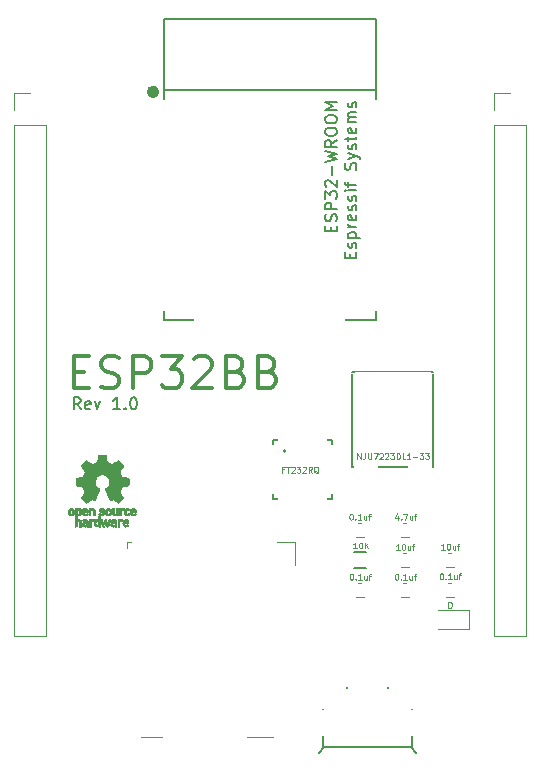
<source format=gto>
G04 #@! TF.FileFunction,Legend,Top*
%FSLAX46Y46*%
G04 Gerber Fmt 4.6, Leading zero omitted, Abs format (unit mm)*
G04 Created by KiCad (PCBNEW 4.0.5-e0-6337~52~ubuntu16.10.1) date Tue Feb  7 00:40:12 2017*
%MOMM*%
%LPD*%
G01*
G04 APERTURE LIST*
%ADD10C,0.100000*%
%ADD11C,0.200000*%
%ADD12C,0.350000*%
%ADD13C,0.120000*%
%ADD14C,0.127000*%
%ADD15C,0.150000*%
%ADD16C,0.500000*%
%ADD17C,0.063500*%
%ADD18C,0.010000*%
%ADD19C,0.125000*%
%ADD20R,2.100000X2.100000*%
%ADD21O,2.100000X2.100000*%
%ADD22R,1.200000X1.150000*%
%ADD23R,1.100000X1.600000*%
%ADD24R,1.400000X1.600000*%
%ADD25R,1.400000X1.200000*%
%ADD26R,1.400000X3.200000*%
%ADD27R,1.700000X2.300000*%
%ADD28R,1.200000X1.300000*%
%ADD29R,0.800000X1.750000*%
%ADD30R,2.500000X2.400000*%
%ADD31R,2.000000X2.300000*%
%ADD32R,1.600000X2.300000*%
%ADD33R,0.900000X1.300000*%
%ADD34O,2.900000X1.300000*%
%ADD35O,1.300000X2.900000*%
%ADD36R,6.400000X6.400000*%
%ADD37R,2.051000X3.448000*%
%ADD38R,6.496000X6.496000*%
%ADD39R,0.897840X0.648920*%
%ADD40R,0.650000X0.900000*%
G04 APERTURE END LIST*
D10*
D11*
X154138572Y-93924381D02*
X153805238Y-93448190D01*
X153567143Y-93924381D02*
X153567143Y-92924381D01*
X153948096Y-92924381D01*
X154043334Y-92972000D01*
X154090953Y-93019619D01*
X154138572Y-93114857D01*
X154138572Y-93257714D01*
X154090953Y-93352952D01*
X154043334Y-93400571D01*
X153948096Y-93448190D01*
X153567143Y-93448190D01*
X154948096Y-93876762D02*
X154852858Y-93924381D01*
X154662381Y-93924381D01*
X154567143Y-93876762D01*
X154519524Y-93781524D01*
X154519524Y-93400571D01*
X154567143Y-93305333D01*
X154662381Y-93257714D01*
X154852858Y-93257714D01*
X154948096Y-93305333D01*
X154995715Y-93400571D01*
X154995715Y-93495810D01*
X154519524Y-93591048D01*
X155329048Y-93257714D02*
X155567143Y-93924381D01*
X155805239Y-93257714D01*
X157471906Y-93924381D02*
X156900477Y-93924381D01*
X157186191Y-93924381D02*
X157186191Y-92924381D01*
X157090953Y-93067238D01*
X156995715Y-93162476D01*
X156900477Y-93210095D01*
X157900477Y-93829143D02*
X157948096Y-93876762D01*
X157900477Y-93924381D01*
X157852858Y-93876762D01*
X157900477Y-93829143D01*
X157900477Y-93924381D01*
X158567143Y-92924381D02*
X158662382Y-92924381D01*
X158757620Y-92972000D01*
X158805239Y-93019619D01*
X158852858Y-93114857D01*
X158900477Y-93305333D01*
X158900477Y-93543429D01*
X158852858Y-93733905D01*
X158805239Y-93829143D01*
X158757620Y-93876762D01*
X158662382Y-93924381D01*
X158567143Y-93924381D01*
X158471905Y-93876762D01*
X158424286Y-93829143D01*
X158376667Y-93733905D01*
X158329048Y-93543429D01*
X158329048Y-93305333D01*
X158376667Y-93114857D01*
X158424286Y-93019619D01*
X158471905Y-92972000D01*
X158567143Y-92924381D01*
D12*
X153566285Y-90739143D02*
X154466285Y-90739143D01*
X154851999Y-92153429D02*
X153566285Y-92153429D01*
X153566285Y-89453429D01*
X154851999Y-89453429D01*
X155880571Y-92024857D02*
X156266285Y-92153429D01*
X156909142Y-92153429D01*
X157166285Y-92024857D01*
X157294856Y-91896286D01*
X157423428Y-91639143D01*
X157423428Y-91382000D01*
X157294856Y-91124857D01*
X157166285Y-90996286D01*
X156909142Y-90867714D01*
X156394856Y-90739143D01*
X156137714Y-90610571D01*
X156009142Y-90482000D01*
X155880571Y-90224857D01*
X155880571Y-89967714D01*
X156009142Y-89710571D01*
X156137714Y-89582000D01*
X156394856Y-89453429D01*
X157037714Y-89453429D01*
X157423428Y-89582000D01*
X158580571Y-92153429D02*
X158580571Y-89453429D01*
X159609143Y-89453429D01*
X159866285Y-89582000D01*
X159994857Y-89710571D01*
X160123428Y-89967714D01*
X160123428Y-90353429D01*
X159994857Y-90610571D01*
X159866285Y-90739143D01*
X159609143Y-90867714D01*
X158580571Y-90867714D01*
X161023428Y-89453429D02*
X162694857Y-89453429D01*
X161794857Y-90482000D01*
X162180571Y-90482000D01*
X162437714Y-90610571D01*
X162566285Y-90739143D01*
X162694857Y-90996286D01*
X162694857Y-91639143D01*
X162566285Y-91896286D01*
X162437714Y-92024857D01*
X162180571Y-92153429D01*
X161409143Y-92153429D01*
X161152000Y-92024857D01*
X161023428Y-91896286D01*
X163723429Y-89710571D02*
X163852000Y-89582000D01*
X164109143Y-89453429D01*
X164752000Y-89453429D01*
X165009143Y-89582000D01*
X165137714Y-89710571D01*
X165266286Y-89967714D01*
X165266286Y-90224857D01*
X165137714Y-90610571D01*
X163594857Y-92153429D01*
X165266286Y-92153429D01*
X167323429Y-90739143D02*
X167709143Y-90867714D01*
X167837715Y-90996286D01*
X167966286Y-91253429D01*
X167966286Y-91639143D01*
X167837715Y-91896286D01*
X167709143Y-92024857D01*
X167452001Y-92153429D01*
X166423429Y-92153429D01*
X166423429Y-89453429D01*
X167323429Y-89453429D01*
X167580572Y-89582000D01*
X167709143Y-89710571D01*
X167837715Y-89967714D01*
X167837715Y-90224857D01*
X167709143Y-90482000D01*
X167580572Y-90610571D01*
X167323429Y-90739143D01*
X166423429Y-90739143D01*
X170023429Y-90739143D02*
X170409143Y-90867714D01*
X170537715Y-90996286D01*
X170666286Y-91253429D01*
X170666286Y-91639143D01*
X170537715Y-91896286D01*
X170409143Y-92024857D01*
X170152001Y-92153429D01*
X169123429Y-92153429D01*
X169123429Y-89453429D01*
X170023429Y-89453429D01*
X170280572Y-89582000D01*
X170409143Y-89710571D01*
X170537715Y-89967714D01*
X170537715Y-90224857D01*
X170409143Y-90482000D01*
X170280572Y-90610571D01*
X170023429Y-90739143D01*
X169123429Y-90739143D01*
D13*
X189110000Y-69850000D02*
X189110000Y-113150000D01*
X189110000Y-113150000D02*
X191890000Y-113150000D01*
X191890000Y-113150000D02*
X191890000Y-69850000D01*
X191890000Y-69850000D02*
X189110000Y-69850000D01*
X189110000Y-68580000D02*
X189110000Y-67190000D01*
X189110000Y-67190000D02*
X190500000Y-67190000D01*
X178150000Y-109820000D02*
X177450000Y-109820000D01*
X177450000Y-108620000D02*
X178150000Y-108620000D01*
X181260000Y-108620000D02*
X181960000Y-108620000D01*
X181960000Y-109820000D02*
X181260000Y-109820000D01*
X181260000Y-106080000D02*
X181960000Y-106080000D01*
X181960000Y-107280000D02*
X181260000Y-107280000D01*
X185770000Y-109820000D02*
X185070000Y-109820000D01*
X185070000Y-108620000D02*
X185770000Y-108620000D01*
X185770000Y-107280000D02*
X185070000Y-107280000D01*
X185070000Y-106080000D02*
X185770000Y-106080000D01*
X159230000Y-121710000D02*
X161070000Y-121710000D01*
X170470000Y-121710000D02*
X168240000Y-121710000D01*
X158080000Y-105200000D02*
X158080000Y-105710000D01*
X158400000Y-105200000D02*
X158080000Y-105200000D01*
X172310000Y-105200000D02*
X172310000Y-107110000D01*
X170780000Y-105200000D02*
X172310000Y-105200000D01*
X187020000Y-112560000D02*
X187020000Y-110960000D01*
X187020000Y-110960000D02*
X184420000Y-110960000D01*
X187020000Y-112560000D02*
X184420000Y-112560000D01*
X148470000Y-69850000D02*
X148470000Y-113150000D01*
X148470000Y-113150000D02*
X151250000Y-113150000D01*
X151250000Y-113150000D02*
X151250000Y-69850000D01*
X151250000Y-69850000D02*
X148470000Y-69850000D01*
X148470000Y-68580000D02*
X148470000Y-67190000D01*
X148470000Y-67190000D02*
X149860000Y-67190000D01*
D14*
X174685000Y-122520000D02*
X174685000Y-117520000D01*
X174685000Y-117520000D02*
X182185000Y-117520000D01*
X182185000Y-117520000D02*
X182185000Y-122520000D01*
X174685000Y-122520000D02*
X174735000Y-122520000D01*
X174735000Y-122520000D02*
X182135000Y-122520000D01*
X182135000Y-122520000D02*
X182185000Y-122520000D01*
X174735000Y-122520000D02*
X174335000Y-123020000D01*
X182135000Y-122520000D02*
X182535000Y-123020000D01*
D15*
X177300000Y-106005000D02*
X178300000Y-106005000D01*
X178300000Y-107355000D02*
X177300000Y-107355000D01*
D16*
X160557981Y-67056000D02*
G75*
G03X160557981Y-67056000I-283981J0D01*
G01*
D15*
X179180000Y-66910000D02*
X161180000Y-66910000D01*
X161180000Y-60910000D02*
X161180000Y-86410000D01*
X179180000Y-60910000D02*
X179180000Y-86410000D01*
X179180000Y-86410000D02*
X161180000Y-86410000D01*
X179180000Y-60910000D02*
X161180000Y-60910000D01*
X181991000Y-98806000D02*
X181991000Y-101981000D01*
X181991000Y-101981000D02*
X183769000Y-101981000D01*
X183769000Y-101981000D02*
X183769000Y-98806000D01*
X177419000Y-98806000D02*
X177419000Y-101981000D01*
X177419000Y-101981000D02*
X179197000Y-101981000D01*
X179197000Y-101981000D02*
X179197000Y-98806000D01*
X184023000Y-92710000D02*
X184023000Y-98806000D01*
X184023000Y-98806000D02*
X177165000Y-98806000D01*
X177165000Y-98806000D02*
X177165000Y-90932000D01*
X177165000Y-90805000D02*
X184023000Y-90805000D01*
X184023000Y-90932000D02*
X184023000Y-92710000D01*
D14*
X170434000Y-96520000D02*
X175432720Y-96520000D01*
X175432720Y-96520000D02*
X175432720Y-101518720D01*
X175432720Y-101518720D02*
X170434000Y-101518720D01*
X170434000Y-101518720D02*
X170434000Y-96520000D01*
D17*
X171541932Y-97467840D02*
G75*
G03X171541932Y-97467840I-140092J0D01*
G01*
D13*
X177450000Y-103540000D02*
X178150000Y-103540000D01*
X178150000Y-104740000D02*
X177450000Y-104740000D01*
X181260000Y-103540000D02*
X181960000Y-103540000D01*
X181960000Y-104740000D02*
X181260000Y-104740000D01*
D18*
G36*
X154047241Y-102307184D02*
X154073753Y-102320282D01*
X154106447Y-102343106D01*
X154130275Y-102367996D01*
X154146594Y-102399249D01*
X154156760Y-102441166D01*
X154162128Y-102498044D01*
X154164056Y-102574184D01*
X154164169Y-102606917D01*
X154163839Y-102678656D01*
X154162473Y-102729927D01*
X154159500Y-102765404D01*
X154154351Y-102789763D01*
X154146457Y-102807680D01*
X154138243Y-102819902D01*
X154085813Y-102871905D01*
X154024070Y-102903184D01*
X153957464Y-102912592D01*
X153890442Y-102898980D01*
X153869208Y-102889354D01*
X153818376Y-102862859D01*
X153818376Y-103278052D01*
X153855475Y-103258868D01*
X153904357Y-103244025D01*
X153964439Y-103240222D01*
X154024436Y-103247243D01*
X154069744Y-103263013D01*
X154107325Y-103293047D01*
X154139436Y-103336024D01*
X154141850Y-103340436D01*
X154152033Y-103361221D01*
X154159470Y-103382170D01*
X154164589Y-103407548D01*
X154167819Y-103441618D01*
X154169587Y-103488641D01*
X154170323Y-103552882D01*
X154170456Y-103625176D01*
X154170456Y-103855822D01*
X154032139Y-103855822D01*
X154032139Y-103430533D01*
X153993451Y-103397979D01*
X153953262Y-103371940D01*
X153915203Y-103367205D01*
X153876934Y-103379389D01*
X153856538Y-103391320D01*
X153841358Y-103408313D01*
X153830562Y-103433995D01*
X153823317Y-103471991D01*
X153818792Y-103525926D01*
X153816156Y-103599425D01*
X153815228Y-103648347D01*
X153812089Y-103849535D01*
X153746074Y-103853336D01*
X153680060Y-103857136D01*
X153680060Y-102608650D01*
X153818376Y-102608650D01*
X153821903Y-102678254D01*
X153833785Y-102726569D01*
X153855980Y-102756631D01*
X153890441Y-102771471D01*
X153925258Y-102774436D01*
X153964671Y-102771028D01*
X153990829Y-102757617D01*
X154007186Y-102739896D01*
X154020063Y-102720835D01*
X154027728Y-102699601D01*
X154031139Y-102669849D01*
X154031251Y-102625236D01*
X154030103Y-102587880D01*
X154027468Y-102531604D01*
X154023544Y-102494658D01*
X154016937Y-102471223D01*
X154006251Y-102455480D01*
X153996167Y-102446380D01*
X153954030Y-102426537D01*
X153904160Y-102423332D01*
X153875524Y-102430168D01*
X153847172Y-102454464D01*
X153828391Y-102501728D01*
X153819288Y-102571624D01*
X153818376Y-102608650D01*
X153680060Y-102608650D01*
X153680060Y-102296614D01*
X153749218Y-102296614D01*
X153790740Y-102298256D01*
X153812162Y-102304087D01*
X153818374Y-102315461D01*
X153818376Y-102315798D01*
X153821258Y-102326938D01*
X153833970Y-102325673D01*
X153859243Y-102313433D01*
X153918131Y-102294707D01*
X153984385Y-102292739D01*
X154047241Y-102307184D01*
X154047241Y-102307184D01*
G37*
X154047241Y-102307184D02*
X154073753Y-102320282D01*
X154106447Y-102343106D01*
X154130275Y-102367996D01*
X154146594Y-102399249D01*
X154156760Y-102441166D01*
X154162128Y-102498044D01*
X154164056Y-102574184D01*
X154164169Y-102606917D01*
X154163839Y-102678656D01*
X154162473Y-102729927D01*
X154159500Y-102765404D01*
X154154351Y-102789763D01*
X154146457Y-102807680D01*
X154138243Y-102819902D01*
X154085813Y-102871905D01*
X154024070Y-102903184D01*
X153957464Y-102912592D01*
X153890442Y-102898980D01*
X153869208Y-102889354D01*
X153818376Y-102862859D01*
X153818376Y-103278052D01*
X153855475Y-103258868D01*
X153904357Y-103244025D01*
X153964439Y-103240222D01*
X154024436Y-103247243D01*
X154069744Y-103263013D01*
X154107325Y-103293047D01*
X154139436Y-103336024D01*
X154141850Y-103340436D01*
X154152033Y-103361221D01*
X154159470Y-103382170D01*
X154164589Y-103407548D01*
X154167819Y-103441618D01*
X154169587Y-103488641D01*
X154170323Y-103552882D01*
X154170456Y-103625176D01*
X154170456Y-103855822D01*
X154032139Y-103855822D01*
X154032139Y-103430533D01*
X153993451Y-103397979D01*
X153953262Y-103371940D01*
X153915203Y-103367205D01*
X153876934Y-103379389D01*
X153856538Y-103391320D01*
X153841358Y-103408313D01*
X153830562Y-103433995D01*
X153823317Y-103471991D01*
X153818792Y-103525926D01*
X153816156Y-103599425D01*
X153815228Y-103648347D01*
X153812089Y-103849535D01*
X153746074Y-103853336D01*
X153680060Y-103857136D01*
X153680060Y-102608650D01*
X153818376Y-102608650D01*
X153821903Y-102678254D01*
X153833785Y-102726569D01*
X153855980Y-102756631D01*
X153890441Y-102771471D01*
X153925258Y-102774436D01*
X153964671Y-102771028D01*
X153990829Y-102757617D01*
X154007186Y-102739896D01*
X154020063Y-102720835D01*
X154027728Y-102699601D01*
X154031139Y-102669849D01*
X154031251Y-102625236D01*
X154030103Y-102587880D01*
X154027468Y-102531604D01*
X154023544Y-102494658D01*
X154016937Y-102471223D01*
X154006251Y-102455480D01*
X153996167Y-102446380D01*
X153954030Y-102426537D01*
X153904160Y-102423332D01*
X153875524Y-102430168D01*
X153847172Y-102454464D01*
X153828391Y-102501728D01*
X153819288Y-102571624D01*
X153818376Y-102608650D01*
X153680060Y-102608650D01*
X153680060Y-102296614D01*
X153749218Y-102296614D01*
X153790740Y-102298256D01*
X153812162Y-102304087D01*
X153818374Y-102315461D01*
X153818376Y-102315798D01*
X153821258Y-102326938D01*
X153833970Y-102325673D01*
X153859243Y-102313433D01*
X153918131Y-102294707D01*
X153984385Y-102292739D01*
X154047241Y-102307184D01*
G36*
X154571790Y-103244555D02*
X154630945Y-103260339D01*
X154675977Y-103288948D01*
X154707754Y-103326419D01*
X154717634Y-103342411D01*
X154724927Y-103359163D01*
X154730026Y-103380592D01*
X154733321Y-103410616D01*
X154735203Y-103453154D01*
X154736063Y-103512122D01*
X154736293Y-103591440D01*
X154736297Y-103612484D01*
X154736297Y-103855822D01*
X154675941Y-103855822D01*
X154637443Y-103853126D01*
X154608977Y-103846295D01*
X154601845Y-103842083D01*
X154582348Y-103834813D01*
X154562434Y-103842083D01*
X154529647Y-103851160D01*
X154482022Y-103854813D01*
X154429236Y-103853228D01*
X154380964Y-103846589D01*
X154352782Y-103838072D01*
X154298247Y-103803063D01*
X154264165Y-103754479D01*
X154248843Y-103689882D01*
X154248701Y-103688223D01*
X154250045Y-103659566D01*
X154371644Y-103659566D01*
X154382274Y-103692161D01*
X154399590Y-103710505D01*
X154434348Y-103724379D01*
X154480227Y-103729917D01*
X154527012Y-103727191D01*
X154564486Y-103716274D01*
X154574985Y-103709269D01*
X154593332Y-103676904D01*
X154597980Y-103640111D01*
X154597980Y-103591763D01*
X154528418Y-103591763D01*
X154462333Y-103596850D01*
X154412236Y-103611263D01*
X154381071Y-103633729D01*
X154371644Y-103659566D01*
X154250045Y-103659566D01*
X154252013Y-103617647D01*
X154275290Y-103561845D01*
X154319052Y-103519647D01*
X154325101Y-103515808D01*
X154351093Y-103503309D01*
X154383265Y-103495740D01*
X154428240Y-103492061D01*
X154481669Y-103491216D01*
X154597980Y-103491169D01*
X154597980Y-103442411D01*
X154593047Y-103404581D01*
X154580457Y-103379236D01*
X154578983Y-103377887D01*
X154550966Y-103366800D01*
X154508674Y-103362503D01*
X154461936Y-103364615D01*
X154420582Y-103372756D01*
X154396043Y-103384965D01*
X154382747Y-103394746D01*
X154368706Y-103396613D01*
X154349329Y-103388600D01*
X154320024Y-103368739D01*
X154276197Y-103335063D01*
X154272175Y-103331909D01*
X154274236Y-103320236D01*
X154291432Y-103300822D01*
X154317567Y-103279248D01*
X154346448Y-103261096D01*
X154355522Y-103256809D01*
X154388620Y-103248256D01*
X154437120Y-103242155D01*
X154491305Y-103239708D01*
X154493839Y-103239703D01*
X154571790Y-103244555D01*
X154571790Y-103244555D01*
G37*
X154571790Y-103244555D02*
X154630945Y-103260339D01*
X154675977Y-103288948D01*
X154707754Y-103326419D01*
X154717634Y-103342411D01*
X154724927Y-103359163D01*
X154730026Y-103380592D01*
X154733321Y-103410616D01*
X154735203Y-103453154D01*
X154736063Y-103512122D01*
X154736293Y-103591440D01*
X154736297Y-103612484D01*
X154736297Y-103855822D01*
X154675941Y-103855822D01*
X154637443Y-103853126D01*
X154608977Y-103846295D01*
X154601845Y-103842083D01*
X154582348Y-103834813D01*
X154562434Y-103842083D01*
X154529647Y-103851160D01*
X154482022Y-103854813D01*
X154429236Y-103853228D01*
X154380964Y-103846589D01*
X154352782Y-103838072D01*
X154298247Y-103803063D01*
X154264165Y-103754479D01*
X154248843Y-103689882D01*
X154248701Y-103688223D01*
X154250045Y-103659566D01*
X154371644Y-103659566D01*
X154382274Y-103692161D01*
X154399590Y-103710505D01*
X154434348Y-103724379D01*
X154480227Y-103729917D01*
X154527012Y-103727191D01*
X154564486Y-103716274D01*
X154574985Y-103709269D01*
X154593332Y-103676904D01*
X154597980Y-103640111D01*
X154597980Y-103591763D01*
X154528418Y-103591763D01*
X154462333Y-103596850D01*
X154412236Y-103611263D01*
X154381071Y-103633729D01*
X154371644Y-103659566D01*
X154250045Y-103659566D01*
X154252013Y-103617647D01*
X154275290Y-103561845D01*
X154319052Y-103519647D01*
X154325101Y-103515808D01*
X154351093Y-103503309D01*
X154383265Y-103495740D01*
X154428240Y-103492061D01*
X154481669Y-103491216D01*
X154597980Y-103491169D01*
X154597980Y-103442411D01*
X154593047Y-103404581D01*
X154580457Y-103379236D01*
X154578983Y-103377887D01*
X154550966Y-103366800D01*
X154508674Y-103362503D01*
X154461936Y-103364615D01*
X154420582Y-103372756D01*
X154396043Y-103384965D01*
X154382747Y-103394746D01*
X154368706Y-103396613D01*
X154349329Y-103388600D01*
X154320024Y-103368739D01*
X154276197Y-103335063D01*
X154272175Y-103331909D01*
X154274236Y-103320236D01*
X154291432Y-103300822D01*
X154317567Y-103279248D01*
X154346448Y-103261096D01*
X154355522Y-103256809D01*
X154388620Y-103248256D01*
X154437120Y-103242155D01*
X154491305Y-103239708D01*
X154493839Y-103239703D01*
X154571790Y-103244555D01*
G36*
X154962644Y-103241020D02*
X154981461Y-103246660D01*
X154987527Y-103259053D01*
X154987782Y-103264647D01*
X154988871Y-103280230D01*
X154996368Y-103282676D01*
X155016619Y-103271993D01*
X155028649Y-103264694D01*
X155066600Y-103249063D01*
X155111928Y-103241334D01*
X155159456Y-103240740D01*
X155204005Y-103246513D01*
X155240398Y-103257884D01*
X155263457Y-103274088D01*
X155268004Y-103294355D01*
X155265709Y-103299843D01*
X155248980Y-103322626D01*
X155223037Y-103350647D01*
X155218345Y-103355177D01*
X155193617Y-103376005D01*
X155172282Y-103382735D01*
X155142445Y-103378038D01*
X155130492Y-103374917D01*
X155093295Y-103367421D01*
X155067141Y-103370792D01*
X155045054Y-103382681D01*
X155024822Y-103398635D01*
X155009921Y-103418700D01*
X154999566Y-103446702D01*
X154992971Y-103486467D01*
X154989351Y-103541823D01*
X154987922Y-103616594D01*
X154987782Y-103661740D01*
X154987782Y-103855822D01*
X154862040Y-103855822D01*
X154862040Y-103239683D01*
X154924911Y-103239683D01*
X154962644Y-103241020D01*
X154962644Y-103241020D01*
G37*
X154962644Y-103241020D02*
X154981461Y-103246660D01*
X154987527Y-103259053D01*
X154987782Y-103264647D01*
X154988871Y-103280230D01*
X154996368Y-103282676D01*
X155016619Y-103271993D01*
X155028649Y-103264694D01*
X155066600Y-103249063D01*
X155111928Y-103241334D01*
X155159456Y-103240740D01*
X155204005Y-103246513D01*
X155240398Y-103257884D01*
X155263457Y-103274088D01*
X155268004Y-103294355D01*
X155265709Y-103299843D01*
X155248980Y-103322626D01*
X155223037Y-103350647D01*
X155218345Y-103355177D01*
X155193617Y-103376005D01*
X155172282Y-103382735D01*
X155142445Y-103378038D01*
X155130492Y-103374917D01*
X155093295Y-103367421D01*
X155067141Y-103370792D01*
X155045054Y-103382681D01*
X155024822Y-103398635D01*
X155009921Y-103418700D01*
X154999566Y-103446702D01*
X154992971Y-103486467D01*
X154989351Y-103541823D01*
X154987922Y-103616594D01*
X154987782Y-103661740D01*
X154987782Y-103855822D01*
X154862040Y-103855822D01*
X154862040Y-103239683D01*
X154924911Y-103239683D01*
X154962644Y-103241020D01*
G36*
X155754812Y-103855822D02*
X155685654Y-103855822D01*
X155645512Y-103854645D01*
X155624606Y-103849772D01*
X155617078Y-103839186D01*
X155616495Y-103832029D01*
X155615226Y-103817676D01*
X155607221Y-103814923D01*
X155586185Y-103823771D01*
X155569827Y-103832029D01*
X155507023Y-103851597D01*
X155438752Y-103852729D01*
X155383248Y-103838135D01*
X155331562Y-103802877D01*
X155292162Y-103750835D01*
X155270587Y-103689450D01*
X155270038Y-103686018D01*
X155266833Y-103648571D01*
X155265239Y-103594813D01*
X155265367Y-103554155D01*
X155402721Y-103554155D01*
X155405903Y-103608194D01*
X155413141Y-103652735D01*
X155422940Y-103677888D01*
X155460011Y-103712260D01*
X155504026Y-103724582D01*
X155549416Y-103714618D01*
X155588203Y-103684895D01*
X155602892Y-103664905D01*
X155611481Y-103641050D01*
X155615504Y-103606230D01*
X155616495Y-103553930D01*
X155614722Y-103502139D01*
X155610037Y-103456634D01*
X155603397Y-103426181D01*
X155602290Y-103423452D01*
X155575509Y-103391000D01*
X155536421Y-103373183D01*
X155492685Y-103370306D01*
X155451962Y-103382674D01*
X155421913Y-103410593D01*
X155418796Y-103416148D01*
X155409039Y-103450022D01*
X155403723Y-103498728D01*
X155402721Y-103554155D01*
X155265367Y-103554155D01*
X155265432Y-103533540D01*
X155266336Y-103500563D01*
X155272486Y-103418981D01*
X155285267Y-103357730D01*
X155306529Y-103312449D01*
X155338122Y-103278779D01*
X155368793Y-103259014D01*
X155411646Y-103245120D01*
X155464944Y-103240354D01*
X155519520Y-103244236D01*
X155566208Y-103256282D01*
X155590876Y-103270693D01*
X155616495Y-103293878D01*
X155616495Y-103000773D01*
X155754812Y-103000773D01*
X155754812Y-103855822D01*
X155754812Y-103855822D01*
G37*
X155754812Y-103855822D02*
X155685654Y-103855822D01*
X155645512Y-103854645D01*
X155624606Y-103849772D01*
X155617078Y-103839186D01*
X155616495Y-103832029D01*
X155615226Y-103817676D01*
X155607221Y-103814923D01*
X155586185Y-103823771D01*
X155569827Y-103832029D01*
X155507023Y-103851597D01*
X155438752Y-103852729D01*
X155383248Y-103838135D01*
X155331562Y-103802877D01*
X155292162Y-103750835D01*
X155270587Y-103689450D01*
X155270038Y-103686018D01*
X155266833Y-103648571D01*
X155265239Y-103594813D01*
X155265367Y-103554155D01*
X155402721Y-103554155D01*
X155405903Y-103608194D01*
X155413141Y-103652735D01*
X155422940Y-103677888D01*
X155460011Y-103712260D01*
X155504026Y-103724582D01*
X155549416Y-103714618D01*
X155588203Y-103684895D01*
X155602892Y-103664905D01*
X155611481Y-103641050D01*
X155615504Y-103606230D01*
X155616495Y-103553930D01*
X155614722Y-103502139D01*
X155610037Y-103456634D01*
X155603397Y-103426181D01*
X155602290Y-103423452D01*
X155575509Y-103391000D01*
X155536421Y-103373183D01*
X155492685Y-103370306D01*
X155451962Y-103382674D01*
X155421913Y-103410593D01*
X155418796Y-103416148D01*
X155409039Y-103450022D01*
X155403723Y-103498728D01*
X155402721Y-103554155D01*
X155265367Y-103554155D01*
X155265432Y-103533540D01*
X155266336Y-103500563D01*
X155272486Y-103418981D01*
X155285267Y-103357730D01*
X155306529Y-103312449D01*
X155338122Y-103278779D01*
X155368793Y-103259014D01*
X155411646Y-103245120D01*
X155464944Y-103240354D01*
X155519520Y-103244236D01*
X155566208Y-103256282D01*
X155590876Y-103270693D01*
X155616495Y-103293878D01*
X155616495Y-103000773D01*
X155754812Y-103000773D01*
X155754812Y-103855822D01*
G36*
X156237524Y-103242237D02*
X156287255Y-103245971D01*
X156417291Y-103635773D01*
X156437678Y-103566614D01*
X156449946Y-103523874D01*
X156466085Y-103466115D01*
X156483512Y-103402625D01*
X156492726Y-103368570D01*
X156527388Y-103239683D01*
X156670391Y-103239683D01*
X156627646Y-103374857D01*
X156606596Y-103441342D01*
X156581167Y-103521539D01*
X156554610Y-103605193D01*
X156530902Y-103679782D01*
X156476902Y-103849535D01*
X156418598Y-103853328D01*
X156360295Y-103857122D01*
X156328679Y-103752734D01*
X156309182Y-103687889D01*
X156287904Y-103616400D01*
X156269308Y-103553263D01*
X156268574Y-103550750D01*
X156254684Y-103507969D01*
X156242429Y-103478779D01*
X156233846Y-103467741D01*
X156232082Y-103469018D01*
X156225891Y-103486130D01*
X156214128Y-103522787D01*
X156198225Y-103574378D01*
X156179614Y-103636294D01*
X156169543Y-103670352D01*
X156115007Y-103855822D01*
X155999264Y-103855822D01*
X155906737Y-103563471D01*
X155880744Y-103481462D01*
X155857066Y-103406987D01*
X155836820Y-103343544D01*
X155821126Y-103294632D01*
X155811102Y-103263749D01*
X155808055Y-103254726D01*
X155810467Y-103245487D01*
X155829408Y-103241441D01*
X155868823Y-103241846D01*
X155874993Y-103242152D01*
X155948086Y-103245971D01*
X155995957Y-103422010D01*
X156013553Y-103486211D01*
X156029277Y-103542649D01*
X156041746Y-103586422D01*
X156049574Y-103612630D01*
X156051020Y-103616903D01*
X156057014Y-103611990D01*
X156069101Y-103586532D01*
X156085893Y-103543997D01*
X156106003Y-103487850D01*
X156123003Y-103437130D01*
X156187794Y-103238504D01*
X156237524Y-103242237D01*
X156237524Y-103242237D01*
G37*
X156237524Y-103242237D02*
X156287255Y-103245971D01*
X156417291Y-103635773D01*
X156437678Y-103566614D01*
X156449946Y-103523874D01*
X156466085Y-103466115D01*
X156483512Y-103402625D01*
X156492726Y-103368570D01*
X156527388Y-103239683D01*
X156670391Y-103239683D01*
X156627646Y-103374857D01*
X156606596Y-103441342D01*
X156581167Y-103521539D01*
X156554610Y-103605193D01*
X156530902Y-103679782D01*
X156476902Y-103849535D01*
X156418598Y-103853328D01*
X156360295Y-103857122D01*
X156328679Y-103752734D01*
X156309182Y-103687889D01*
X156287904Y-103616400D01*
X156269308Y-103553263D01*
X156268574Y-103550750D01*
X156254684Y-103507969D01*
X156242429Y-103478779D01*
X156233846Y-103467741D01*
X156232082Y-103469018D01*
X156225891Y-103486130D01*
X156214128Y-103522787D01*
X156198225Y-103574378D01*
X156179614Y-103636294D01*
X156169543Y-103670352D01*
X156115007Y-103855822D01*
X155999264Y-103855822D01*
X155906737Y-103563471D01*
X155880744Y-103481462D01*
X155857066Y-103406987D01*
X155836820Y-103343544D01*
X155821126Y-103294632D01*
X155811102Y-103263749D01*
X155808055Y-103254726D01*
X155810467Y-103245487D01*
X155829408Y-103241441D01*
X155868823Y-103241846D01*
X155874993Y-103242152D01*
X155948086Y-103245971D01*
X155995957Y-103422010D01*
X156013553Y-103486211D01*
X156029277Y-103542649D01*
X156041746Y-103586422D01*
X156049574Y-103612630D01*
X156051020Y-103616903D01*
X156057014Y-103611990D01*
X156069101Y-103586532D01*
X156085893Y-103543997D01*
X156106003Y-103487850D01*
X156123003Y-103437130D01*
X156187794Y-103238504D01*
X156237524Y-103242237D01*
G36*
X156994411Y-103243417D02*
X157047411Y-103256290D01*
X157062731Y-103263110D01*
X157092428Y-103280974D01*
X157115220Y-103301093D01*
X157132083Y-103326962D01*
X157143998Y-103362073D01*
X157151942Y-103409920D01*
X157156894Y-103473996D01*
X157159831Y-103557794D01*
X157160947Y-103613768D01*
X157165052Y-103855822D01*
X157094932Y-103855822D01*
X157052393Y-103854038D01*
X157030476Y-103847942D01*
X157024812Y-103837706D01*
X157021821Y-103826637D01*
X157008451Y-103828754D01*
X156990233Y-103837629D01*
X156944624Y-103851233D01*
X156886007Y-103854899D01*
X156824354Y-103848903D01*
X156769638Y-103833521D01*
X156764730Y-103831386D01*
X156714723Y-103796255D01*
X156681756Y-103747419D01*
X156666587Y-103690333D01*
X156667746Y-103669824D01*
X156791508Y-103669824D01*
X156802413Y-103697425D01*
X156834745Y-103717204D01*
X156886910Y-103727819D01*
X156914787Y-103729228D01*
X156961247Y-103725620D01*
X156992129Y-103711597D01*
X156999664Y-103704931D01*
X157020076Y-103668666D01*
X157024812Y-103635773D01*
X157024812Y-103591763D01*
X156963513Y-103591763D01*
X156892256Y-103595395D01*
X156842276Y-103606818D01*
X156810696Y-103626824D01*
X156803626Y-103635743D01*
X156791508Y-103669824D01*
X156667746Y-103669824D01*
X156669971Y-103630456D01*
X156692663Y-103573244D01*
X156723624Y-103534580D01*
X156742376Y-103517864D01*
X156760733Y-103506878D01*
X156784619Y-103500180D01*
X156819957Y-103496326D01*
X156872669Y-103493873D01*
X156893577Y-103493168D01*
X157024812Y-103488879D01*
X157024620Y-103449158D01*
X157019537Y-103407405D01*
X157001162Y-103382158D01*
X156964039Y-103366030D01*
X156963043Y-103365742D01*
X156910410Y-103359400D01*
X156858906Y-103367684D01*
X156820630Y-103387827D01*
X156805272Y-103397773D01*
X156788730Y-103396397D01*
X156763275Y-103381987D01*
X156748328Y-103371817D01*
X156719091Y-103350088D01*
X156700980Y-103333800D01*
X156698074Y-103329137D01*
X156710040Y-103305005D01*
X156745396Y-103276185D01*
X156760753Y-103266461D01*
X156804901Y-103249714D01*
X156864398Y-103240227D01*
X156930487Y-103238095D01*
X156994411Y-103243417D01*
X156994411Y-103243417D01*
G37*
X156994411Y-103243417D02*
X157047411Y-103256290D01*
X157062731Y-103263110D01*
X157092428Y-103280974D01*
X157115220Y-103301093D01*
X157132083Y-103326962D01*
X157143998Y-103362073D01*
X157151942Y-103409920D01*
X157156894Y-103473996D01*
X157159831Y-103557794D01*
X157160947Y-103613768D01*
X157165052Y-103855822D01*
X157094932Y-103855822D01*
X157052393Y-103854038D01*
X157030476Y-103847942D01*
X157024812Y-103837706D01*
X157021821Y-103826637D01*
X157008451Y-103828754D01*
X156990233Y-103837629D01*
X156944624Y-103851233D01*
X156886007Y-103854899D01*
X156824354Y-103848903D01*
X156769638Y-103833521D01*
X156764730Y-103831386D01*
X156714723Y-103796255D01*
X156681756Y-103747419D01*
X156666587Y-103690333D01*
X156667746Y-103669824D01*
X156791508Y-103669824D01*
X156802413Y-103697425D01*
X156834745Y-103717204D01*
X156886910Y-103727819D01*
X156914787Y-103729228D01*
X156961247Y-103725620D01*
X156992129Y-103711597D01*
X156999664Y-103704931D01*
X157020076Y-103668666D01*
X157024812Y-103635773D01*
X157024812Y-103591763D01*
X156963513Y-103591763D01*
X156892256Y-103595395D01*
X156842276Y-103606818D01*
X156810696Y-103626824D01*
X156803626Y-103635743D01*
X156791508Y-103669824D01*
X156667746Y-103669824D01*
X156669971Y-103630456D01*
X156692663Y-103573244D01*
X156723624Y-103534580D01*
X156742376Y-103517864D01*
X156760733Y-103506878D01*
X156784619Y-103500180D01*
X156819957Y-103496326D01*
X156872669Y-103493873D01*
X156893577Y-103493168D01*
X157024812Y-103488879D01*
X157024620Y-103449158D01*
X157019537Y-103407405D01*
X157001162Y-103382158D01*
X156964039Y-103366030D01*
X156963043Y-103365742D01*
X156910410Y-103359400D01*
X156858906Y-103367684D01*
X156820630Y-103387827D01*
X156805272Y-103397773D01*
X156788730Y-103396397D01*
X156763275Y-103381987D01*
X156748328Y-103371817D01*
X156719091Y-103350088D01*
X156700980Y-103333800D01*
X156698074Y-103329137D01*
X156710040Y-103305005D01*
X156745396Y-103276185D01*
X156760753Y-103266461D01*
X156804901Y-103249714D01*
X156864398Y-103240227D01*
X156930487Y-103238095D01*
X156994411Y-103243417D01*
G36*
X157591255Y-103239486D02*
X157639595Y-103249015D01*
X157667114Y-103263125D01*
X157696064Y-103286568D01*
X157654876Y-103338571D01*
X157629482Y-103370064D01*
X157612238Y-103385428D01*
X157595102Y-103387776D01*
X157570027Y-103380217D01*
X157558257Y-103375941D01*
X157510270Y-103369631D01*
X157466324Y-103383156D01*
X157434060Y-103413710D01*
X157428819Y-103423452D01*
X157423112Y-103449258D01*
X157418706Y-103496817D01*
X157415811Y-103562758D01*
X157414631Y-103643710D01*
X157414614Y-103655226D01*
X157414614Y-103855822D01*
X157276297Y-103855822D01*
X157276297Y-103239683D01*
X157345456Y-103239683D01*
X157385333Y-103240725D01*
X157406107Y-103245358D01*
X157413789Y-103255849D01*
X157414614Y-103265745D01*
X157414614Y-103291806D01*
X157447745Y-103265745D01*
X157485735Y-103247965D01*
X157536770Y-103239174D01*
X157591255Y-103239486D01*
X157591255Y-103239486D01*
G37*
X157591255Y-103239486D02*
X157639595Y-103249015D01*
X157667114Y-103263125D01*
X157696064Y-103286568D01*
X157654876Y-103338571D01*
X157629482Y-103370064D01*
X157612238Y-103385428D01*
X157595102Y-103387776D01*
X157570027Y-103380217D01*
X157558257Y-103375941D01*
X157510270Y-103369631D01*
X157466324Y-103383156D01*
X157434060Y-103413710D01*
X157428819Y-103423452D01*
X157423112Y-103449258D01*
X157418706Y-103496817D01*
X157415811Y-103562758D01*
X157414631Y-103643710D01*
X157414614Y-103655226D01*
X157414614Y-103855822D01*
X157276297Y-103855822D01*
X157276297Y-103239683D01*
X157345456Y-103239683D01*
X157385333Y-103240725D01*
X157406107Y-103245358D01*
X157413789Y-103255849D01*
X157414614Y-103265745D01*
X157414614Y-103291806D01*
X157447745Y-103265745D01*
X157485735Y-103247965D01*
X157536770Y-103239174D01*
X157591255Y-103239486D01*
G36*
X157988581Y-103242970D02*
X158048685Y-103258597D01*
X158099021Y-103290848D01*
X158123393Y-103314940D01*
X158163345Y-103371895D01*
X158186242Y-103437965D01*
X158194108Y-103519182D01*
X158194148Y-103525748D01*
X158194218Y-103591763D01*
X157814264Y-103591763D01*
X157822363Y-103626342D01*
X157836987Y-103657659D01*
X157862581Y-103690291D01*
X157867935Y-103695500D01*
X157913943Y-103723694D01*
X157966410Y-103728475D01*
X158026803Y-103709926D01*
X158037040Y-103704931D01*
X158068439Y-103689745D01*
X158089470Y-103681094D01*
X158093139Y-103680293D01*
X158105948Y-103688063D01*
X158130378Y-103707072D01*
X158142779Y-103717460D01*
X158168476Y-103741321D01*
X158176915Y-103757077D01*
X158171058Y-103771571D01*
X158167928Y-103775534D01*
X158146725Y-103792879D01*
X158111738Y-103813959D01*
X158087337Y-103826265D01*
X158018072Y-103847946D01*
X157941388Y-103854971D01*
X157868765Y-103846647D01*
X157848426Y-103840686D01*
X157785476Y-103806952D01*
X157738815Y-103755045D01*
X157708173Y-103684459D01*
X157693282Y-103594692D01*
X157691647Y-103547753D01*
X157696421Y-103479413D01*
X157816990Y-103479413D01*
X157828652Y-103484465D01*
X157859998Y-103488429D01*
X157905571Y-103490768D01*
X157936446Y-103491169D01*
X157991981Y-103490783D01*
X158027033Y-103488975D01*
X158046262Y-103484773D01*
X158054330Y-103477203D01*
X158055901Y-103466218D01*
X158045121Y-103432381D01*
X158017980Y-103398940D01*
X157982277Y-103373272D01*
X157946560Y-103362772D01*
X157898048Y-103372086D01*
X157856053Y-103399013D01*
X157826936Y-103437827D01*
X157816990Y-103479413D01*
X157696421Y-103479413D01*
X157698599Y-103448236D01*
X157720055Y-103368949D01*
X157756470Y-103309263D01*
X157808297Y-103268549D01*
X157875990Y-103246179D01*
X157912662Y-103241871D01*
X157988581Y-103242970D01*
X157988581Y-103242970D01*
G37*
X157988581Y-103242970D02*
X158048685Y-103258597D01*
X158099021Y-103290848D01*
X158123393Y-103314940D01*
X158163345Y-103371895D01*
X158186242Y-103437965D01*
X158194108Y-103519182D01*
X158194148Y-103525748D01*
X158194218Y-103591763D01*
X157814264Y-103591763D01*
X157822363Y-103626342D01*
X157836987Y-103657659D01*
X157862581Y-103690291D01*
X157867935Y-103695500D01*
X157913943Y-103723694D01*
X157966410Y-103728475D01*
X158026803Y-103709926D01*
X158037040Y-103704931D01*
X158068439Y-103689745D01*
X158089470Y-103681094D01*
X158093139Y-103680293D01*
X158105948Y-103688063D01*
X158130378Y-103707072D01*
X158142779Y-103717460D01*
X158168476Y-103741321D01*
X158176915Y-103757077D01*
X158171058Y-103771571D01*
X158167928Y-103775534D01*
X158146725Y-103792879D01*
X158111738Y-103813959D01*
X158087337Y-103826265D01*
X158018072Y-103847946D01*
X157941388Y-103854971D01*
X157868765Y-103846647D01*
X157848426Y-103840686D01*
X157785476Y-103806952D01*
X157738815Y-103755045D01*
X157708173Y-103684459D01*
X157693282Y-103594692D01*
X157691647Y-103547753D01*
X157696421Y-103479413D01*
X157816990Y-103479413D01*
X157828652Y-103484465D01*
X157859998Y-103488429D01*
X157905571Y-103490768D01*
X157936446Y-103491169D01*
X157991981Y-103490783D01*
X158027033Y-103488975D01*
X158046262Y-103484773D01*
X158054330Y-103477203D01*
X158055901Y-103466218D01*
X158045121Y-103432381D01*
X158017980Y-103398940D01*
X157982277Y-103373272D01*
X157946560Y-103362772D01*
X157898048Y-103372086D01*
X157856053Y-103399013D01*
X157826936Y-103437827D01*
X157816990Y-103479413D01*
X157696421Y-103479413D01*
X157698599Y-103448236D01*
X157720055Y-103368949D01*
X157756470Y-103309263D01*
X157808297Y-103268549D01*
X157875990Y-103246179D01*
X157912662Y-103241871D01*
X157988581Y-103242970D01*
G36*
X153417739Y-102303148D02*
X153483521Y-102332231D01*
X153533460Y-102380793D01*
X153567626Y-102448908D01*
X153586093Y-102536651D01*
X153587417Y-102550351D01*
X153588454Y-102646939D01*
X153575007Y-102731602D01*
X153547892Y-102800221D01*
X153533373Y-102822294D01*
X153482799Y-102869011D01*
X153418391Y-102899268D01*
X153346334Y-102911824D01*
X153272815Y-102905439D01*
X153216928Y-102885772D01*
X153168868Y-102852629D01*
X153129588Y-102809175D01*
X153128908Y-102808158D01*
X153112956Y-102781338D01*
X153102590Y-102754368D01*
X153096312Y-102720332D01*
X153092627Y-102672310D01*
X153091003Y-102632931D01*
X153090328Y-102597219D01*
X153216045Y-102597219D01*
X153217274Y-102632770D01*
X153221734Y-102680094D01*
X153229603Y-102710465D01*
X153243793Y-102732072D01*
X153257083Y-102744694D01*
X153304198Y-102771122D01*
X153353495Y-102774653D01*
X153399407Y-102755639D01*
X153422362Y-102734331D01*
X153438904Y-102712859D01*
X153448579Y-102692313D01*
X153452826Y-102665574D01*
X153453080Y-102625523D01*
X153451772Y-102588638D01*
X153448957Y-102535947D01*
X153444495Y-102501772D01*
X153436452Y-102479480D01*
X153422897Y-102462442D01*
X153412155Y-102452703D01*
X153367223Y-102427123D01*
X153318751Y-102425847D01*
X153278106Y-102440999D01*
X153243433Y-102472642D01*
X153222776Y-102524620D01*
X153216045Y-102597219D01*
X153090328Y-102597219D01*
X153089521Y-102554621D01*
X153092052Y-102496056D01*
X153099638Y-102452007D01*
X153113319Y-102417248D01*
X153134135Y-102386551D01*
X153141853Y-102377436D01*
X153190111Y-102332021D01*
X153241872Y-102305493D01*
X153305172Y-102294379D01*
X153336039Y-102293471D01*
X153417739Y-102303148D01*
X153417739Y-102303148D01*
G37*
X153417739Y-102303148D02*
X153483521Y-102332231D01*
X153533460Y-102380793D01*
X153567626Y-102448908D01*
X153586093Y-102536651D01*
X153587417Y-102550351D01*
X153588454Y-102646939D01*
X153575007Y-102731602D01*
X153547892Y-102800221D01*
X153533373Y-102822294D01*
X153482799Y-102869011D01*
X153418391Y-102899268D01*
X153346334Y-102911824D01*
X153272815Y-102905439D01*
X153216928Y-102885772D01*
X153168868Y-102852629D01*
X153129588Y-102809175D01*
X153128908Y-102808158D01*
X153112956Y-102781338D01*
X153102590Y-102754368D01*
X153096312Y-102720332D01*
X153092627Y-102672310D01*
X153091003Y-102632931D01*
X153090328Y-102597219D01*
X153216045Y-102597219D01*
X153217274Y-102632770D01*
X153221734Y-102680094D01*
X153229603Y-102710465D01*
X153243793Y-102732072D01*
X153257083Y-102744694D01*
X153304198Y-102771122D01*
X153353495Y-102774653D01*
X153399407Y-102755639D01*
X153422362Y-102734331D01*
X153438904Y-102712859D01*
X153448579Y-102692313D01*
X153452826Y-102665574D01*
X153453080Y-102625523D01*
X153451772Y-102588638D01*
X153448957Y-102535947D01*
X153444495Y-102501772D01*
X153436452Y-102479480D01*
X153422897Y-102462442D01*
X153412155Y-102452703D01*
X153367223Y-102427123D01*
X153318751Y-102425847D01*
X153278106Y-102440999D01*
X153243433Y-102472642D01*
X153222776Y-102524620D01*
X153216045Y-102597219D01*
X153090328Y-102597219D01*
X153089521Y-102554621D01*
X153092052Y-102496056D01*
X153099638Y-102452007D01*
X153113319Y-102417248D01*
X153134135Y-102386551D01*
X153141853Y-102377436D01*
X153190111Y-102332021D01*
X153241872Y-102305493D01*
X153305172Y-102294379D01*
X153336039Y-102293471D01*
X153417739Y-102303148D01*
G36*
X154599301Y-102310614D02*
X154611832Y-102316514D01*
X154655201Y-102348283D01*
X154696210Y-102394646D01*
X154726832Y-102445696D01*
X154735541Y-102469166D01*
X154743488Y-102511091D01*
X154748226Y-102561757D01*
X154748801Y-102582679D01*
X154748871Y-102648693D01*
X154368917Y-102648693D01*
X154377017Y-102683273D01*
X154396896Y-102724170D01*
X154431653Y-102759514D01*
X154473002Y-102782282D01*
X154499351Y-102787010D01*
X154535084Y-102781273D01*
X154577718Y-102766882D01*
X154592201Y-102760262D01*
X154645760Y-102733513D01*
X154691467Y-102768376D01*
X154717842Y-102791955D01*
X154731876Y-102811417D01*
X154732586Y-102817129D01*
X154720049Y-102830973D01*
X154692572Y-102852012D01*
X154667634Y-102868425D01*
X154600336Y-102897930D01*
X154524890Y-102911284D01*
X154450112Y-102907812D01*
X154390505Y-102889663D01*
X154329059Y-102850784D01*
X154285392Y-102799595D01*
X154258074Y-102733367D01*
X154245678Y-102649371D01*
X154244579Y-102610936D01*
X154248978Y-102522861D01*
X154249518Y-102520299D01*
X154375418Y-102520299D01*
X154378885Y-102528558D01*
X154393137Y-102533113D01*
X154422530Y-102535065D01*
X154471425Y-102535517D01*
X154490252Y-102535525D01*
X154547533Y-102534843D01*
X154583859Y-102532364D01*
X154603396Y-102527443D01*
X154610310Y-102519434D01*
X154610555Y-102516862D01*
X154602664Y-102496423D01*
X154582915Y-102467789D01*
X154574425Y-102457763D01*
X154542906Y-102429408D01*
X154510051Y-102418259D01*
X154492349Y-102417327D01*
X154444461Y-102428981D01*
X154404301Y-102460285D01*
X154378827Y-102505752D01*
X154378375Y-102507233D01*
X154375418Y-102520299D01*
X154249518Y-102520299D01*
X154263608Y-102453510D01*
X154289962Y-102398025D01*
X154322193Y-102358639D01*
X154381783Y-102315931D01*
X154451832Y-102293109D01*
X154526339Y-102291046D01*
X154599301Y-102310614D01*
X154599301Y-102310614D01*
G37*
X154599301Y-102310614D02*
X154611832Y-102316514D01*
X154655201Y-102348283D01*
X154696210Y-102394646D01*
X154726832Y-102445696D01*
X154735541Y-102469166D01*
X154743488Y-102511091D01*
X154748226Y-102561757D01*
X154748801Y-102582679D01*
X154748871Y-102648693D01*
X154368917Y-102648693D01*
X154377017Y-102683273D01*
X154396896Y-102724170D01*
X154431653Y-102759514D01*
X154473002Y-102782282D01*
X154499351Y-102787010D01*
X154535084Y-102781273D01*
X154577718Y-102766882D01*
X154592201Y-102760262D01*
X154645760Y-102733513D01*
X154691467Y-102768376D01*
X154717842Y-102791955D01*
X154731876Y-102811417D01*
X154732586Y-102817129D01*
X154720049Y-102830973D01*
X154692572Y-102852012D01*
X154667634Y-102868425D01*
X154600336Y-102897930D01*
X154524890Y-102911284D01*
X154450112Y-102907812D01*
X154390505Y-102889663D01*
X154329059Y-102850784D01*
X154285392Y-102799595D01*
X154258074Y-102733367D01*
X154245678Y-102649371D01*
X154244579Y-102610936D01*
X154248978Y-102522861D01*
X154249518Y-102520299D01*
X154375418Y-102520299D01*
X154378885Y-102528558D01*
X154393137Y-102533113D01*
X154422530Y-102535065D01*
X154471425Y-102535517D01*
X154490252Y-102535525D01*
X154547533Y-102534843D01*
X154583859Y-102532364D01*
X154603396Y-102527443D01*
X154610310Y-102519434D01*
X154610555Y-102516862D01*
X154602664Y-102496423D01*
X154582915Y-102467789D01*
X154574425Y-102457763D01*
X154542906Y-102429408D01*
X154510051Y-102418259D01*
X154492349Y-102417327D01*
X154444461Y-102428981D01*
X154404301Y-102460285D01*
X154378827Y-102505752D01*
X154378375Y-102507233D01*
X154375418Y-102520299D01*
X154249518Y-102520299D01*
X154263608Y-102453510D01*
X154289962Y-102398025D01*
X154322193Y-102358639D01*
X154381783Y-102315931D01*
X154451832Y-102293109D01*
X154526339Y-102291046D01*
X154599301Y-102310614D01*
G36*
X155970017Y-102294452D02*
X156017634Y-102303482D01*
X156067034Y-102322370D01*
X156072312Y-102324777D01*
X156109774Y-102344476D01*
X156135717Y-102362781D01*
X156144103Y-102374508D01*
X156136117Y-102393632D01*
X156116720Y-102421850D01*
X156108110Y-102432384D01*
X156072628Y-102473847D01*
X156026885Y-102446858D01*
X155983350Y-102428878D01*
X155933050Y-102419267D01*
X155884812Y-102418660D01*
X155847467Y-102427691D01*
X155838505Y-102433327D01*
X155821437Y-102459171D01*
X155819363Y-102488941D01*
X155832134Y-102512197D01*
X155839688Y-102516708D01*
X155862325Y-102522309D01*
X155902115Y-102528892D01*
X155951166Y-102535183D01*
X155960215Y-102536170D01*
X156038996Y-102549798D01*
X156096136Y-102572946D01*
X156134030Y-102607752D01*
X156155079Y-102656354D01*
X156161635Y-102715718D01*
X156152577Y-102783198D01*
X156123164Y-102836188D01*
X156073278Y-102874783D01*
X156002800Y-102899081D01*
X155924565Y-102908667D01*
X155860766Y-102908552D01*
X155809016Y-102899845D01*
X155773673Y-102887825D01*
X155729017Y-102866880D01*
X155687747Y-102842574D01*
X155673079Y-102831876D01*
X155635357Y-102801084D01*
X155680852Y-102755049D01*
X155726347Y-102709013D01*
X155778072Y-102743243D01*
X155829952Y-102768952D01*
X155885351Y-102782399D01*
X155938605Y-102783818D01*
X155984049Y-102773443D01*
X156016016Y-102751507D01*
X156026338Y-102732998D01*
X156024789Y-102703314D01*
X155999140Y-102680615D01*
X155949460Y-102664940D01*
X155895031Y-102657695D01*
X155811264Y-102643873D01*
X155749033Y-102617796D01*
X155707507Y-102578699D01*
X155685853Y-102525820D01*
X155682853Y-102463126D01*
X155697671Y-102397642D01*
X155731454Y-102348144D01*
X155784505Y-102314408D01*
X155857126Y-102296207D01*
X155910928Y-102292639D01*
X155970017Y-102294452D01*
X155970017Y-102294452D01*
G37*
X155970017Y-102294452D02*
X156017634Y-102303482D01*
X156067034Y-102322370D01*
X156072312Y-102324777D01*
X156109774Y-102344476D01*
X156135717Y-102362781D01*
X156144103Y-102374508D01*
X156136117Y-102393632D01*
X156116720Y-102421850D01*
X156108110Y-102432384D01*
X156072628Y-102473847D01*
X156026885Y-102446858D01*
X155983350Y-102428878D01*
X155933050Y-102419267D01*
X155884812Y-102418660D01*
X155847467Y-102427691D01*
X155838505Y-102433327D01*
X155821437Y-102459171D01*
X155819363Y-102488941D01*
X155832134Y-102512197D01*
X155839688Y-102516708D01*
X155862325Y-102522309D01*
X155902115Y-102528892D01*
X155951166Y-102535183D01*
X155960215Y-102536170D01*
X156038996Y-102549798D01*
X156096136Y-102572946D01*
X156134030Y-102607752D01*
X156155079Y-102656354D01*
X156161635Y-102715718D01*
X156152577Y-102783198D01*
X156123164Y-102836188D01*
X156073278Y-102874783D01*
X156002800Y-102899081D01*
X155924565Y-102908667D01*
X155860766Y-102908552D01*
X155809016Y-102899845D01*
X155773673Y-102887825D01*
X155729017Y-102866880D01*
X155687747Y-102842574D01*
X155673079Y-102831876D01*
X155635357Y-102801084D01*
X155680852Y-102755049D01*
X155726347Y-102709013D01*
X155778072Y-102743243D01*
X155829952Y-102768952D01*
X155885351Y-102782399D01*
X155938605Y-102783818D01*
X155984049Y-102773443D01*
X156016016Y-102751507D01*
X156026338Y-102732998D01*
X156024789Y-102703314D01*
X155999140Y-102680615D01*
X155949460Y-102664940D01*
X155895031Y-102657695D01*
X155811264Y-102643873D01*
X155749033Y-102617796D01*
X155707507Y-102578699D01*
X155685853Y-102525820D01*
X155682853Y-102463126D01*
X155697671Y-102397642D01*
X155731454Y-102348144D01*
X155784505Y-102314408D01*
X155857126Y-102296207D01*
X155910928Y-102292639D01*
X155970017Y-102294452D01*
G36*
X156566762Y-102304055D02*
X156630363Y-102338692D01*
X156680123Y-102393372D01*
X156703568Y-102437842D01*
X156713634Y-102477121D01*
X156720156Y-102533116D01*
X156722951Y-102597621D01*
X156721836Y-102662429D01*
X156716626Y-102719334D01*
X156710541Y-102749727D01*
X156690014Y-102791306D01*
X156654463Y-102835468D01*
X156611619Y-102874087D01*
X156569211Y-102899034D01*
X156568177Y-102899430D01*
X156515553Y-102910331D01*
X156453188Y-102910601D01*
X156393924Y-102900676D01*
X156371040Y-102892722D01*
X156312102Y-102859300D01*
X156269890Y-102815511D01*
X156242156Y-102757538D01*
X156226651Y-102681565D01*
X156223143Y-102641771D01*
X156223590Y-102591766D01*
X156358376Y-102591766D01*
X156362917Y-102664732D01*
X156375986Y-102720334D01*
X156396756Y-102755861D01*
X156411552Y-102766020D01*
X156449464Y-102773104D01*
X156494527Y-102771007D01*
X156533487Y-102760812D01*
X156543704Y-102755204D01*
X156570659Y-102722538D01*
X156588451Y-102672545D01*
X156596024Y-102611705D01*
X156592325Y-102546497D01*
X156584057Y-102507253D01*
X156560320Y-102461805D01*
X156522849Y-102433396D01*
X156477720Y-102423573D01*
X156431011Y-102433887D01*
X156395132Y-102459112D01*
X156376277Y-102479925D01*
X156365272Y-102500439D01*
X156360026Y-102528203D01*
X156358449Y-102570762D01*
X156358376Y-102591766D01*
X156223590Y-102591766D01*
X156224094Y-102535580D01*
X156241388Y-102448501D01*
X156275029Y-102380530D01*
X156325018Y-102331664D01*
X156391356Y-102301899D01*
X156405601Y-102298448D01*
X156491210Y-102290345D01*
X156566762Y-102304055D01*
X156566762Y-102304055D01*
G37*
X156566762Y-102304055D02*
X156630363Y-102338692D01*
X156680123Y-102393372D01*
X156703568Y-102437842D01*
X156713634Y-102477121D01*
X156720156Y-102533116D01*
X156722951Y-102597621D01*
X156721836Y-102662429D01*
X156716626Y-102719334D01*
X156710541Y-102749727D01*
X156690014Y-102791306D01*
X156654463Y-102835468D01*
X156611619Y-102874087D01*
X156569211Y-102899034D01*
X156568177Y-102899430D01*
X156515553Y-102910331D01*
X156453188Y-102910601D01*
X156393924Y-102900676D01*
X156371040Y-102892722D01*
X156312102Y-102859300D01*
X156269890Y-102815511D01*
X156242156Y-102757538D01*
X156226651Y-102681565D01*
X156223143Y-102641771D01*
X156223590Y-102591766D01*
X156358376Y-102591766D01*
X156362917Y-102664732D01*
X156375986Y-102720334D01*
X156396756Y-102755861D01*
X156411552Y-102766020D01*
X156449464Y-102773104D01*
X156494527Y-102771007D01*
X156533487Y-102760812D01*
X156543704Y-102755204D01*
X156570659Y-102722538D01*
X156588451Y-102672545D01*
X156596024Y-102611705D01*
X156592325Y-102546497D01*
X156584057Y-102507253D01*
X156560320Y-102461805D01*
X156522849Y-102433396D01*
X156477720Y-102423573D01*
X156431011Y-102433887D01*
X156395132Y-102459112D01*
X156376277Y-102479925D01*
X156365272Y-102500439D01*
X156360026Y-102528203D01*
X156358449Y-102570762D01*
X156358376Y-102591766D01*
X156223590Y-102591766D01*
X156224094Y-102535580D01*
X156241388Y-102448501D01*
X156275029Y-102380530D01*
X156325018Y-102331664D01*
X156391356Y-102301899D01*
X156405601Y-102298448D01*
X156491210Y-102290345D01*
X156566762Y-102304055D01*
G36*
X156949367Y-102492342D02*
X156950555Y-102584563D01*
X156954897Y-102654610D01*
X156963558Y-102705381D01*
X156977704Y-102739772D01*
X156998500Y-102760679D01*
X157027110Y-102771000D01*
X157062535Y-102773636D01*
X157099636Y-102770682D01*
X157127818Y-102759889D01*
X157148243Y-102738360D01*
X157162079Y-102703199D01*
X157170491Y-102651510D01*
X157174643Y-102580394D01*
X157175703Y-102492342D01*
X157175703Y-102296614D01*
X157314020Y-102296614D01*
X157314020Y-102900179D01*
X157244862Y-102900179D01*
X157203170Y-102898489D01*
X157181701Y-102892556D01*
X157175703Y-102881293D01*
X157172091Y-102871261D01*
X157157714Y-102873383D01*
X157128736Y-102887580D01*
X157062319Y-102909480D01*
X156991875Y-102907928D01*
X156924377Y-102884147D01*
X156892233Y-102865362D01*
X156867715Y-102845022D01*
X156849804Y-102819573D01*
X156837479Y-102785458D01*
X156829723Y-102739121D01*
X156825516Y-102677007D01*
X156823840Y-102595561D01*
X156823624Y-102532578D01*
X156823624Y-102296614D01*
X156949367Y-102296614D01*
X156949367Y-102492342D01*
X156949367Y-102492342D01*
G37*
X156949367Y-102492342D02*
X156950555Y-102584563D01*
X156954897Y-102654610D01*
X156963558Y-102705381D01*
X156977704Y-102739772D01*
X156998500Y-102760679D01*
X157027110Y-102771000D01*
X157062535Y-102773636D01*
X157099636Y-102770682D01*
X157127818Y-102759889D01*
X157148243Y-102738360D01*
X157162079Y-102703199D01*
X157170491Y-102651510D01*
X157174643Y-102580394D01*
X157175703Y-102492342D01*
X157175703Y-102296614D01*
X157314020Y-102296614D01*
X157314020Y-102900179D01*
X157244862Y-102900179D01*
X157203170Y-102898489D01*
X157181701Y-102892556D01*
X157175703Y-102881293D01*
X157172091Y-102871261D01*
X157157714Y-102873383D01*
X157128736Y-102887580D01*
X157062319Y-102909480D01*
X156991875Y-102907928D01*
X156924377Y-102884147D01*
X156892233Y-102865362D01*
X156867715Y-102845022D01*
X156849804Y-102819573D01*
X156837479Y-102785458D01*
X156829723Y-102739121D01*
X156825516Y-102677007D01*
X156823840Y-102595561D01*
X156823624Y-102532578D01*
X156823624Y-102296614D01*
X156949367Y-102296614D01*
X156949367Y-102492342D01*
G36*
X158173226Y-102301880D02*
X158246080Y-102332830D01*
X158269027Y-102347895D01*
X158298354Y-102371048D01*
X158316764Y-102389253D01*
X158319961Y-102395183D01*
X158310935Y-102408340D01*
X158287837Y-102430667D01*
X158269344Y-102446250D01*
X158218728Y-102486926D01*
X158178760Y-102453295D01*
X158147874Y-102431584D01*
X158117759Y-102424090D01*
X158083292Y-102425920D01*
X158028561Y-102439528D01*
X157990886Y-102467772D01*
X157967991Y-102513433D01*
X157957597Y-102579289D01*
X157957595Y-102579331D01*
X157958494Y-102652939D01*
X157972463Y-102706946D01*
X158000328Y-102743716D01*
X158019325Y-102756168D01*
X158069776Y-102771673D01*
X158123663Y-102771683D01*
X158170546Y-102756638D01*
X158181644Y-102749287D01*
X158209476Y-102730511D01*
X158231236Y-102727434D01*
X158254704Y-102741409D01*
X158280649Y-102766510D01*
X158321716Y-102808880D01*
X158276121Y-102846464D01*
X158205674Y-102888882D01*
X158126233Y-102909785D01*
X158043215Y-102908272D01*
X157988694Y-102894411D01*
X157924970Y-102860135D01*
X157874005Y-102806212D01*
X157850851Y-102768149D01*
X157832099Y-102713536D01*
X157822715Y-102644369D01*
X157822643Y-102569407D01*
X157831824Y-102497409D01*
X157850199Y-102437137D01*
X157853093Y-102430958D01*
X157895952Y-102370351D01*
X157953979Y-102326224D01*
X158022591Y-102299493D01*
X158097201Y-102291073D01*
X158173226Y-102301880D01*
X158173226Y-102301880D01*
G37*
X158173226Y-102301880D02*
X158246080Y-102332830D01*
X158269027Y-102347895D01*
X158298354Y-102371048D01*
X158316764Y-102389253D01*
X158319961Y-102395183D01*
X158310935Y-102408340D01*
X158287837Y-102430667D01*
X158269344Y-102446250D01*
X158218728Y-102486926D01*
X158178760Y-102453295D01*
X158147874Y-102431584D01*
X158117759Y-102424090D01*
X158083292Y-102425920D01*
X158028561Y-102439528D01*
X157990886Y-102467772D01*
X157967991Y-102513433D01*
X157957597Y-102579289D01*
X157957595Y-102579331D01*
X157958494Y-102652939D01*
X157972463Y-102706946D01*
X158000328Y-102743716D01*
X158019325Y-102756168D01*
X158069776Y-102771673D01*
X158123663Y-102771683D01*
X158170546Y-102756638D01*
X158181644Y-102749287D01*
X158209476Y-102730511D01*
X158231236Y-102727434D01*
X158254704Y-102741409D01*
X158280649Y-102766510D01*
X158321716Y-102808880D01*
X158276121Y-102846464D01*
X158205674Y-102888882D01*
X158126233Y-102909785D01*
X158043215Y-102908272D01*
X157988694Y-102894411D01*
X157924970Y-102860135D01*
X157874005Y-102806212D01*
X157850851Y-102768149D01*
X157832099Y-102713536D01*
X157822715Y-102644369D01*
X157822643Y-102569407D01*
X157831824Y-102497409D01*
X157850199Y-102437137D01*
X157853093Y-102430958D01*
X157895952Y-102370351D01*
X157953979Y-102326224D01*
X158022591Y-102299493D01*
X158097201Y-102291073D01*
X158173226Y-102301880D01*
G36*
X158633898Y-102294457D02*
X158666096Y-102302279D01*
X158727825Y-102330921D01*
X158780610Y-102374667D01*
X158817141Y-102427117D01*
X158822160Y-102438893D01*
X158829045Y-102469740D01*
X158833864Y-102515371D01*
X158835505Y-102561492D01*
X158835505Y-102648693D01*
X158653178Y-102648693D01*
X158577979Y-102648978D01*
X158525003Y-102650704D01*
X158491325Y-102655181D01*
X158474020Y-102663720D01*
X158470163Y-102677630D01*
X158476829Y-102698222D01*
X158488770Y-102722315D01*
X158522080Y-102762525D01*
X158568368Y-102782558D01*
X158624944Y-102781905D01*
X158689031Y-102760101D01*
X158744417Y-102733193D01*
X158790375Y-102769532D01*
X158836333Y-102805872D01*
X158793096Y-102845819D01*
X158735374Y-102883563D01*
X158664386Y-102906320D01*
X158588029Y-102912688D01*
X158514199Y-102901268D01*
X158502287Y-102897393D01*
X158437399Y-102863506D01*
X158389130Y-102812986D01*
X158356465Y-102744325D01*
X158338385Y-102656014D01*
X158338175Y-102654121D01*
X158336556Y-102557878D01*
X158343100Y-102523542D01*
X158470852Y-102523542D01*
X158482584Y-102528822D01*
X158514438Y-102532867D01*
X158561397Y-102535176D01*
X158591154Y-102535525D01*
X158646648Y-102535306D01*
X158681346Y-102533916D01*
X158699601Y-102530251D01*
X158705766Y-102523210D01*
X158704195Y-102511690D01*
X158702878Y-102507233D01*
X158680382Y-102465355D01*
X158645003Y-102431604D01*
X158613780Y-102416773D01*
X158572301Y-102417668D01*
X158530269Y-102436164D01*
X158495012Y-102466786D01*
X158473854Y-102504062D01*
X158470852Y-102523542D01*
X158343100Y-102523542D01*
X158352690Y-102473229D01*
X158384698Y-102402191D01*
X158430701Y-102346779D01*
X158488821Y-102309009D01*
X158557180Y-102290896D01*
X158633898Y-102294457D01*
X158633898Y-102294457D01*
G37*
X158633898Y-102294457D02*
X158666096Y-102302279D01*
X158727825Y-102330921D01*
X158780610Y-102374667D01*
X158817141Y-102427117D01*
X158822160Y-102438893D01*
X158829045Y-102469740D01*
X158833864Y-102515371D01*
X158835505Y-102561492D01*
X158835505Y-102648693D01*
X158653178Y-102648693D01*
X158577979Y-102648978D01*
X158525003Y-102650704D01*
X158491325Y-102655181D01*
X158474020Y-102663720D01*
X158470163Y-102677630D01*
X158476829Y-102698222D01*
X158488770Y-102722315D01*
X158522080Y-102762525D01*
X158568368Y-102782558D01*
X158624944Y-102781905D01*
X158689031Y-102760101D01*
X158744417Y-102733193D01*
X158790375Y-102769532D01*
X158836333Y-102805872D01*
X158793096Y-102845819D01*
X158735374Y-102883563D01*
X158664386Y-102906320D01*
X158588029Y-102912688D01*
X158514199Y-102901268D01*
X158502287Y-102897393D01*
X158437399Y-102863506D01*
X158389130Y-102812986D01*
X158356465Y-102744325D01*
X158338385Y-102656014D01*
X158338175Y-102654121D01*
X158336556Y-102557878D01*
X158343100Y-102523542D01*
X158470852Y-102523542D01*
X158482584Y-102528822D01*
X158514438Y-102532867D01*
X158561397Y-102535176D01*
X158591154Y-102535525D01*
X158646648Y-102535306D01*
X158681346Y-102533916D01*
X158699601Y-102530251D01*
X158705766Y-102523210D01*
X158704195Y-102511690D01*
X158702878Y-102507233D01*
X158680382Y-102465355D01*
X158645003Y-102431604D01*
X158613780Y-102416773D01*
X158572301Y-102417668D01*
X158530269Y-102436164D01*
X158495012Y-102466786D01*
X158473854Y-102504062D01*
X158470852Y-102523542D01*
X158343100Y-102523542D01*
X158352690Y-102473229D01*
X158384698Y-102402191D01*
X158430701Y-102346779D01*
X158488821Y-102309009D01*
X158557180Y-102290896D01*
X158633898Y-102294457D01*
G36*
X155201988Y-102307002D02*
X155233283Y-102321950D01*
X155263591Y-102343541D01*
X155286682Y-102368391D01*
X155303500Y-102400087D01*
X155314994Y-102442214D01*
X155322109Y-102498358D01*
X155325793Y-102572106D01*
X155326992Y-102667044D01*
X155327011Y-102676985D01*
X155327287Y-102900179D01*
X155188970Y-102900179D01*
X155188970Y-102694418D01*
X155188872Y-102618189D01*
X155188191Y-102562939D01*
X155186349Y-102524501D01*
X155182767Y-102498706D01*
X155176868Y-102481384D01*
X155168073Y-102468368D01*
X155155820Y-102455507D01*
X155112953Y-102427873D01*
X155066157Y-102422745D01*
X155021576Y-102440217D01*
X155006072Y-102453221D01*
X154994690Y-102465447D01*
X154986519Y-102478540D01*
X154981026Y-102496615D01*
X154977680Y-102523787D01*
X154975949Y-102564170D01*
X154975303Y-102621879D01*
X154975208Y-102692132D01*
X154975208Y-102900179D01*
X154836891Y-102900179D01*
X154836891Y-102296614D01*
X154906050Y-102296614D01*
X154947572Y-102298256D01*
X154968994Y-102304087D01*
X154975205Y-102315461D01*
X154975208Y-102315798D01*
X154978090Y-102326938D01*
X154990801Y-102325674D01*
X155016074Y-102313434D01*
X155073395Y-102295424D01*
X155138963Y-102293421D01*
X155201988Y-102307002D01*
X155201988Y-102307002D01*
G37*
X155201988Y-102307002D02*
X155233283Y-102321950D01*
X155263591Y-102343541D01*
X155286682Y-102368391D01*
X155303500Y-102400087D01*
X155314994Y-102442214D01*
X155322109Y-102498358D01*
X155325793Y-102572106D01*
X155326992Y-102667044D01*
X155327011Y-102676985D01*
X155327287Y-102900179D01*
X155188970Y-102900179D01*
X155188970Y-102694418D01*
X155188872Y-102618189D01*
X155188191Y-102562939D01*
X155186349Y-102524501D01*
X155182767Y-102498706D01*
X155176868Y-102481384D01*
X155168073Y-102468368D01*
X155155820Y-102455507D01*
X155112953Y-102427873D01*
X155066157Y-102422745D01*
X155021576Y-102440217D01*
X155006072Y-102453221D01*
X154994690Y-102465447D01*
X154986519Y-102478540D01*
X154981026Y-102496615D01*
X154977680Y-102523787D01*
X154975949Y-102564170D01*
X154975303Y-102621879D01*
X154975208Y-102692132D01*
X154975208Y-102900179D01*
X154836891Y-102900179D01*
X154836891Y-102296614D01*
X154906050Y-102296614D01*
X154947572Y-102298256D01*
X154968994Y-102304087D01*
X154975205Y-102315461D01*
X154975208Y-102315798D01*
X154978090Y-102326938D01*
X154990801Y-102325674D01*
X155016074Y-102313434D01*
X155073395Y-102295424D01*
X155138963Y-102293421D01*
X155201988Y-102307002D01*
G36*
X157755460Y-102296030D02*
X157798711Y-102309245D01*
X157826558Y-102325941D01*
X157835629Y-102339145D01*
X157833132Y-102354797D01*
X157816931Y-102379385D01*
X157803232Y-102396800D01*
X157774992Y-102428283D01*
X157753775Y-102441529D01*
X157735688Y-102440664D01*
X157682035Y-102427010D01*
X157642630Y-102427630D01*
X157610632Y-102443104D01*
X157599890Y-102452161D01*
X157565505Y-102484027D01*
X157565505Y-102900179D01*
X157427188Y-102900179D01*
X157427188Y-102296614D01*
X157496347Y-102296614D01*
X157537869Y-102298256D01*
X157559291Y-102304087D01*
X157565502Y-102315461D01*
X157565505Y-102315798D01*
X157568439Y-102327713D01*
X157581704Y-102326159D01*
X157600084Y-102317563D01*
X157638046Y-102301568D01*
X157668872Y-102291945D01*
X157708536Y-102289478D01*
X157755460Y-102296030D01*
X157755460Y-102296030D01*
G37*
X157755460Y-102296030D02*
X157798711Y-102309245D01*
X157826558Y-102325941D01*
X157835629Y-102339145D01*
X157833132Y-102354797D01*
X157816931Y-102379385D01*
X157803232Y-102396800D01*
X157774992Y-102428283D01*
X157753775Y-102441529D01*
X157735688Y-102440664D01*
X157682035Y-102427010D01*
X157642630Y-102427630D01*
X157610632Y-102443104D01*
X157599890Y-102452161D01*
X157565505Y-102484027D01*
X157565505Y-102900179D01*
X157427188Y-102900179D01*
X157427188Y-102296614D01*
X157496347Y-102296614D01*
X157537869Y-102298256D01*
X157559291Y-102304087D01*
X157565502Y-102315461D01*
X157565505Y-102315798D01*
X157568439Y-102327713D01*
X157581704Y-102326159D01*
X157600084Y-102317563D01*
X157638046Y-102301568D01*
X157668872Y-102291945D01*
X157708536Y-102289478D01*
X157755460Y-102296030D01*
G36*
X156332964Y-98128018D02*
X156389812Y-98429570D01*
X156809338Y-98602512D01*
X157060984Y-98431395D01*
X157131458Y-98383750D01*
X157195163Y-98341210D01*
X157249126Y-98305715D01*
X157290373Y-98279210D01*
X157315934Y-98263636D01*
X157322895Y-98260278D01*
X157335435Y-98268914D01*
X157362231Y-98292792D01*
X157400280Y-98328859D01*
X157446579Y-98374067D01*
X157498123Y-98425364D01*
X157551909Y-98479701D01*
X157604935Y-98534028D01*
X157654195Y-98585295D01*
X157696687Y-98630451D01*
X157729407Y-98666446D01*
X157749351Y-98690230D01*
X157754119Y-98698190D01*
X157747257Y-98712865D01*
X157728020Y-98745014D01*
X157698430Y-98791492D01*
X157660510Y-98849156D01*
X157616282Y-98914860D01*
X157590654Y-98952336D01*
X157543941Y-99020768D01*
X157502432Y-99082520D01*
X157468140Y-99134519D01*
X157443080Y-99173692D01*
X157429264Y-99196965D01*
X157427188Y-99201855D01*
X157431895Y-99215755D01*
X157444723Y-99248150D01*
X157463738Y-99294485D01*
X157487003Y-99350206D01*
X157512584Y-99410758D01*
X157538545Y-99471586D01*
X157562950Y-99528136D01*
X157583863Y-99575852D01*
X157599349Y-99610181D01*
X157607472Y-99626568D01*
X157607952Y-99627212D01*
X157620707Y-99630341D01*
X157654677Y-99637321D01*
X157706340Y-99647467D01*
X157772176Y-99660092D01*
X157848664Y-99674509D01*
X157893290Y-99682823D01*
X157975021Y-99698384D01*
X158048843Y-99713192D01*
X158111021Y-99726436D01*
X158157822Y-99737305D01*
X158185509Y-99744989D01*
X158191074Y-99747427D01*
X158196526Y-99763930D01*
X158200924Y-99801200D01*
X158204272Y-99854880D01*
X158206574Y-99920612D01*
X158207832Y-99994037D01*
X158208048Y-100070796D01*
X158207227Y-100146532D01*
X158205371Y-100216886D01*
X158202482Y-100277500D01*
X158198565Y-100324016D01*
X158193622Y-100352075D01*
X158190657Y-100357916D01*
X158172934Y-100364917D01*
X158135381Y-100374927D01*
X158082964Y-100386769D01*
X158020652Y-100399267D01*
X157998900Y-100403310D01*
X157894024Y-100422520D01*
X157811180Y-100437991D01*
X157747630Y-100450337D01*
X157700637Y-100460173D01*
X157667463Y-100468114D01*
X157645371Y-100474776D01*
X157631624Y-100480773D01*
X157623484Y-100486719D01*
X157622345Y-100487894D01*
X157610977Y-100506826D01*
X157593635Y-100543669D01*
X157572050Y-100593913D01*
X157547954Y-100653046D01*
X157523079Y-100716556D01*
X157499157Y-100779932D01*
X157477919Y-100838662D01*
X157461097Y-100888235D01*
X157450422Y-100924139D01*
X157447627Y-100941862D01*
X157447860Y-100942483D01*
X157457331Y-100956970D01*
X157478818Y-100988844D01*
X157510063Y-101034789D01*
X157548807Y-101091485D01*
X157592793Y-101155617D01*
X157605319Y-101173842D01*
X157649984Y-101239914D01*
X157689288Y-101300200D01*
X157721088Y-101351235D01*
X157743245Y-101389560D01*
X157753617Y-101411711D01*
X157754119Y-101414432D01*
X157745405Y-101428736D01*
X157721325Y-101457072D01*
X157684976Y-101496396D01*
X157639453Y-101543661D01*
X157587852Y-101595823D01*
X157533267Y-101649835D01*
X157478794Y-101702653D01*
X157427529Y-101751231D01*
X157382567Y-101792523D01*
X157347004Y-101823485D01*
X157323935Y-101841070D01*
X157317554Y-101843941D01*
X157302699Y-101837178D01*
X157272286Y-101818939D01*
X157231268Y-101792297D01*
X157199709Y-101770852D01*
X157142525Y-101731503D01*
X157074806Y-101685171D01*
X157006880Y-101638913D01*
X156970361Y-101614155D01*
X156846752Y-101530547D01*
X156742991Y-101586650D01*
X156695720Y-101611228D01*
X156655523Y-101630331D01*
X156628326Y-101641227D01*
X156621402Y-101642743D01*
X156613077Y-101631549D01*
X156596654Y-101599917D01*
X156573357Y-101550765D01*
X156544414Y-101487010D01*
X156511050Y-101411571D01*
X156474491Y-101327364D01*
X156435964Y-101237308D01*
X156396694Y-101144321D01*
X156357908Y-101051320D01*
X156320830Y-100961223D01*
X156286689Y-100876948D01*
X156256708Y-100801413D01*
X156232116Y-100737534D01*
X156214136Y-100688231D01*
X156203997Y-100656421D01*
X156202366Y-100645496D01*
X156215291Y-100631561D01*
X156243589Y-100608940D01*
X156281346Y-100582333D01*
X156284515Y-100580228D01*
X156382100Y-100502114D01*
X156460786Y-100410982D01*
X156519891Y-100309745D01*
X156558732Y-100201318D01*
X156576628Y-100088614D01*
X156572897Y-99974548D01*
X156546857Y-99862034D01*
X156497825Y-99753985D01*
X156483400Y-99730345D01*
X156408369Y-99634887D01*
X156319730Y-99558232D01*
X156220549Y-99500780D01*
X156113895Y-99462929D01*
X156002836Y-99445078D01*
X155890439Y-99447625D01*
X155779773Y-99470970D01*
X155673906Y-99515510D01*
X155575905Y-99581645D01*
X155545590Y-99608487D01*
X155468438Y-99692512D01*
X155412218Y-99780966D01*
X155373653Y-99880115D01*
X155352174Y-99978303D01*
X155346872Y-100088697D01*
X155364552Y-100199640D01*
X155403419Y-100307381D01*
X155461677Y-100408169D01*
X155537531Y-100498256D01*
X155629183Y-100573892D01*
X155641228Y-100581864D01*
X155679389Y-100607974D01*
X155708399Y-100630595D01*
X155722268Y-100645039D01*
X155722469Y-100645496D01*
X155719492Y-100661121D01*
X155707689Y-100696582D01*
X155688286Y-100748962D01*
X155662512Y-100815345D01*
X155631591Y-100892814D01*
X155596751Y-100978450D01*
X155559217Y-101069337D01*
X155520217Y-101162559D01*
X155480977Y-101255197D01*
X155442724Y-101344335D01*
X155406683Y-101427055D01*
X155374083Y-101500441D01*
X155346148Y-101561575D01*
X155324105Y-101607541D01*
X155309182Y-101635421D01*
X155303172Y-101642743D01*
X155284809Y-101637041D01*
X155250448Y-101621749D01*
X155206016Y-101599599D01*
X155181583Y-101586650D01*
X155077822Y-101530547D01*
X154954213Y-101614155D01*
X154891114Y-101656987D01*
X154822030Y-101704122D01*
X154757293Y-101748503D01*
X154724866Y-101770852D01*
X154679259Y-101801477D01*
X154640640Y-101825747D01*
X154614048Y-101840587D01*
X154605410Y-101843724D01*
X154592839Y-101835261D01*
X154565016Y-101811636D01*
X154524639Y-101775302D01*
X154474405Y-101728711D01*
X154417012Y-101674317D01*
X154380714Y-101639392D01*
X154317210Y-101576996D01*
X154262327Y-101521188D01*
X154218286Y-101474354D01*
X154187305Y-101438882D01*
X154171602Y-101417161D01*
X154170095Y-101412752D01*
X154177086Y-101395985D01*
X154196406Y-101362082D01*
X154225909Y-101314476D01*
X154263455Y-101256599D01*
X154306900Y-101191884D01*
X154319255Y-101173842D01*
X154364273Y-101108267D01*
X154404660Y-101049228D01*
X154438160Y-101000042D01*
X154462514Y-100964028D01*
X154475464Y-100944502D01*
X154476715Y-100942483D01*
X154474844Y-100926922D01*
X154464913Y-100892709D01*
X154448653Y-100844355D01*
X154427795Y-100786371D01*
X154404073Y-100723270D01*
X154379216Y-100659563D01*
X154354958Y-100599761D01*
X154333029Y-100548376D01*
X154315162Y-100509919D01*
X154303087Y-100488902D01*
X154302229Y-100487894D01*
X154294846Y-100481888D01*
X154282375Y-100475948D01*
X154262080Y-100469460D01*
X154231222Y-100461809D01*
X154187066Y-100452380D01*
X154126874Y-100440559D01*
X154047907Y-100425729D01*
X153947430Y-100407277D01*
X153925675Y-100403310D01*
X153861198Y-100390853D01*
X153804989Y-100378666D01*
X153762013Y-100367926D01*
X153737240Y-100359809D01*
X153733918Y-100357916D01*
X153728444Y-100341138D01*
X153723994Y-100303645D01*
X153720572Y-100249794D01*
X153718181Y-100183944D01*
X153716823Y-100110453D01*
X153716501Y-100033680D01*
X153717219Y-99957983D01*
X153718979Y-99887720D01*
X153721784Y-99827250D01*
X153725638Y-99780930D01*
X153730543Y-99753119D01*
X153733500Y-99747427D01*
X153749963Y-99741686D01*
X153787449Y-99732345D01*
X153842225Y-99720215D01*
X153910555Y-99706107D01*
X153988706Y-99690830D01*
X154031284Y-99682823D01*
X154112071Y-99667721D01*
X154184113Y-99654040D01*
X154243889Y-99642467D01*
X154287879Y-99633687D01*
X154312561Y-99628387D01*
X154316623Y-99627212D01*
X154323489Y-99613965D01*
X154338002Y-99582057D01*
X154358229Y-99536047D01*
X154382234Y-99480492D01*
X154408082Y-99419953D01*
X154433840Y-99358986D01*
X154457573Y-99302151D01*
X154477346Y-99254006D01*
X154491224Y-99219110D01*
X154497274Y-99202021D01*
X154497386Y-99201274D01*
X154490528Y-99187793D01*
X154471302Y-99156770D01*
X154441728Y-99111289D01*
X154403827Y-99054432D01*
X154359620Y-98989283D01*
X154333921Y-98951862D01*
X154287093Y-98883247D01*
X154245501Y-98820952D01*
X154211175Y-98768129D01*
X154186143Y-98727927D01*
X154172435Y-98703500D01*
X154170456Y-98698024D01*
X154178966Y-98685278D01*
X154202493Y-98658063D01*
X154238032Y-98619428D01*
X154282577Y-98572423D01*
X154333123Y-98520095D01*
X154386664Y-98465495D01*
X154440195Y-98411670D01*
X154490711Y-98361670D01*
X154535206Y-98318543D01*
X154570675Y-98285339D01*
X154594113Y-98265106D01*
X154601954Y-98260278D01*
X154614720Y-98267067D01*
X154645256Y-98286142D01*
X154690590Y-98315561D01*
X154747756Y-98353381D01*
X154813784Y-98397661D01*
X154863590Y-98431395D01*
X155115236Y-98602512D01*
X155324999Y-98516041D01*
X155534763Y-98429570D01*
X155591611Y-98128018D01*
X155648460Y-97826466D01*
X156276115Y-97826466D01*
X156332964Y-98128018D01*
X156332964Y-98128018D01*
G37*
X156332964Y-98128018D02*
X156389812Y-98429570D01*
X156809338Y-98602512D01*
X157060984Y-98431395D01*
X157131458Y-98383750D01*
X157195163Y-98341210D01*
X157249126Y-98305715D01*
X157290373Y-98279210D01*
X157315934Y-98263636D01*
X157322895Y-98260278D01*
X157335435Y-98268914D01*
X157362231Y-98292792D01*
X157400280Y-98328859D01*
X157446579Y-98374067D01*
X157498123Y-98425364D01*
X157551909Y-98479701D01*
X157604935Y-98534028D01*
X157654195Y-98585295D01*
X157696687Y-98630451D01*
X157729407Y-98666446D01*
X157749351Y-98690230D01*
X157754119Y-98698190D01*
X157747257Y-98712865D01*
X157728020Y-98745014D01*
X157698430Y-98791492D01*
X157660510Y-98849156D01*
X157616282Y-98914860D01*
X157590654Y-98952336D01*
X157543941Y-99020768D01*
X157502432Y-99082520D01*
X157468140Y-99134519D01*
X157443080Y-99173692D01*
X157429264Y-99196965D01*
X157427188Y-99201855D01*
X157431895Y-99215755D01*
X157444723Y-99248150D01*
X157463738Y-99294485D01*
X157487003Y-99350206D01*
X157512584Y-99410758D01*
X157538545Y-99471586D01*
X157562950Y-99528136D01*
X157583863Y-99575852D01*
X157599349Y-99610181D01*
X157607472Y-99626568D01*
X157607952Y-99627212D01*
X157620707Y-99630341D01*
X157654677Y-99637321D01*
X157706340Y-99647467D01*
X157772176Y-99660092D01*
X157848664Y-99674509D01*
X157893290Y-99682823D01*
X157975021Y-99698384D01*
X158048843Y-99713192D01*
X158111021Y-99726436D01*
X158157822Y-99737305D01*
X158185509Y-99744989D01*
X158191074Y-99747427D01*
X158196526Y-99763930D01*
X158200924Y-99801200D01*
X158204272Y-99854880D01*
X158206574Y-99920612D01*
X158207832Y-99994037D01*
X158208048Y-100070796D01*
X158207227Y-100146532D01*
X158205371Y-100216886D01*
X158202482Y-100277500D01*
X158198565Y-100324016D01*
X158193622Y-100352075D01*
X158190657Y-100357916D01*
X158172934Y-100364917D01*
X158135381Y-100374927D01*
X158082964Y-100386769D01*
X158020652Y-100399267D01*
X157998900Y-100403310D01*
X157894024Y-100422520D01*
X157811180Y-100437991D01*
X157747630Y-100450337D01*
X157700637Y-100460173D01*
X157667463Y-100468114D01*
X157645371Y-100474776D01*
X157631624Y-100480773D01*
X157623484Y-100486719D01*
X157622345Y-100487894D01*
X157610977Y-100506826D01*
X157593635Y-100543669D01*
X157572050Y-100593913D01*
X157547954Y-100653046D01*
X157523079Y-100716556D01*
X157499157Y-100779932D01*
X157477919Y-100838662D01*
X157461097Y-100888235D01*
X157450422Y-100924139D01*
X157447627Y-100941862D01*
X157447860Y-100942483D01*
X157457331Y-100956970D01*
X157478818Y-100988844D01*
X157510063Y-101034789D01*
X157548807Y-101091485D01*
X157592793Y-101155617D01*
X157605319Y-101173842D01*
X157649984Y-101239914D01*
X157689288Y-101300200D01*
X157721088Y-101351235D01*
X157743245Y-101389560D01*
X157753617Y-101411711D01*
X157754119Y-101414432D01*
X157745405Y-101428736D01*
X157721325Y-101457072D01*
X157684976Y-101496396D01*
X157639453Y-101543661D01*
X157587852Y-101595823D01*
X157533267Y-101649835D01*
X157478794Y-101702653D01*
X157427529Y-101751231D01*
X157382567Y-101792523D01*
X157347004Y-101823485D01*
X157323935Y-101841070D01*
X157317554Y-101843941D01*
X157302699Y-101837178D01*
X157272286Y-101818939D01*
X157231268Y-101792297D01*
X157199709Y-101770852D01*
X157142525Y-101731503D01*
X157074806Y-101685171D01*
X157006880Y-101638913D01*
X156970361Y-101614155D01*
X156846752Y-101530547D01*
X156742991Y-101586650D01*
X156695720Y-101611228D01*
X156655523Y-101630331D01*
X156628326Y-101641227D01*
X156621402Y-101642743D01*
X156613077Y-101631549D01*
X156596654Y-101599917D01*
X156573357Y-101550765D01*
X156544414Y-101487010D01*
X156511050Y-101411571D01*
X156474491Y-101327364D01*
X156435964Y-101237308D01*
X156396694Y-101144321D01*
X156357908Y-101051320D01*
X156320830Y-100961223D01*
X156286689Y-100876948D01*
X156256708Y-100801413D01*
X156232116Y-100737534D01*
X156214136Y-100688231D01*
X156203997Y-100656421D01*
X156202366Y-100645496D01*
X156215291Y-100631561D01*
X156243589Y-100608940D01*
X156281346Y-100582333D01*
X156284515Y-100580228D01*
X156382100Y-100502114D01*
X156460786Y-100410982D01*
X156519891Y-100309745D01*
X156558732Y-100201318D01*
X156576628Y-100088614D01*
X156572897Y-99974548D01*
X156546857Y-99862034D01*
X156497825Y-99753985D01*
X156483400Y-99730345D01*
X156408369Y-99634887D01*
X156319730Y-99558232D01*
X156220549Y-99500780D01*
X156113895Y-99462929D01*
X156002836Y-99445078D01*
X155890439Y-99447625D01*
X155779773Y-99470970D01*
X155673906Y-99515510D01*
X155575905Y-99581645D01*
X155545590Y-99608487D01*
X155468438Y-99692512D01*
X155412218Y-99780966D01*
X155373653Y-99880115D01*
X155352174Y-99978303D01*
X155346872Y-100088697D01*
X155364552Y-100199640D01*
X155403419Y-100307381D01*
X155461677Y-100408169D01*
X155537531Y-100498256D01*
X155629183Y-100573892D01*
X155641228Y-100581864D01*
X155679389Y-100607974D01*
X155708399Y-100630595D01*
X155722268Y-100645039D01*
X155722469Y-100645496D01*
X155719492Y-100661121D01*
X155707689Y-100696582D01*
X155688286Y-100748962D01*
X155662512Y-100815345D01*
X155631591Y-100892814D01*
X155596751Y-100978450D01*
X155559217Y-101069337D01*
X155520217Y-101162559D01*
X155480977Y-101255197D01*
X155442724Y-101344335D01*
X155406683Y-101427055D01*
X155374083Y-101500441D01*
X155346148Y-101561575D01*
X155324105Y-101607541D01*
X155309182Y-101635421D01*
X155303172Y-101642743D01*
X155284809Y-101637041D01*
X155250448Y-101621749D01*
X155206016Y-101599599D01*
X155181583Y-101586650D01*
X155077822Y-101530547D01*
X154954213Y-101614155D01*
X154891114Y-101656987D01*
X154822030Y-101704122D01*
X154757293Y-101748503D01*
X154724866Y-101770852D01*
X154679259Y-101801477D01*
X154640640Y-101825747D01*
X154614048Y-101840587D01*
X154605410Y-101843724D01*
X154592839Y-101835261D01*
X154565016Y-101811636D01*
X154524639Y-101775302D01*
X154474405Y-101728711D01*
X154417012Y-101674317D01*
X154380714Y-101639392D01*
X154317210Y-101576996D01*
X154262327Y-101521188D01*
X154218286Y-101474354D01*
X154187305Y-101438882D01*
X154171602Y-101417161D01*
X154170095Y-101412752D01*
X154177086Y-101395985D01*
X154196406Y-101362082D01*
X154225909Y-101314476D01*
X154263455Y-101256599D01*
X154306900Y-101191884D01*
X154319255Y-101173842D01*
X154364273Y-101108267D01*
X154404660Y-101049228D01*
X154438160Y-101000042D01*
X154462514Y-100964028D01*
X154475464Y-100944502D01*
X154476715Y-100942483D01*
X154474844Y-100926922D01*
X154464913Y-100892709D01*
X154448653Y-100844355D01*
X154427795Y-100786371D01*
X154404073Y-100723270D01*
X154379216Y-100659563D01*
X154354958Y-100599761D01*
X154333029Y-100548376D01*
X154315162Y-100509919D01*
X154303087Y-100488902D01*
X154302229Y-100487894D01*
X154294846Y-100481888D01*
X154282375Y-100475948D01*
X154262080Y-100469460D01*
X154231222Y-100461809D01*
X154187066Y-100452380D01*
X154126874Y-100440559D01*
X154047907Y-100425729D01*
X153947430Y-100407277D01*
X153925675Y-100403310D01*
X153861198Y-100390853D01*
X153804989Y-100378666D01*
X153762013Y-100367926D01*
X153737240Y-100359809D01*
X153733918Y-100357916D01*
X153728444Y-100341138D01*
X153723994Y-100303645D01*
X153720572Y-100249794D01*
X153718181Y-100183944D01*
X153716823Y-100110453D01*
X153716501Y-100033680D01*
X153717219Y-99957983D01*
X153718979Y-99887720D01*
X153721784Y-99827250D01*
X153725638Y-99780930D01*
X153730543Y-99753119D01*
X153733500Y-99747427D01*
X153749963Y-99741686D01*
X153787449Y-99732345D01*
X153842225Y-99720215D01*
X153910555Y-99706107D01*
X153988706Y-99690830D01*
X154031284Y-99682823D01*
X154112071Y-99667721D01*
X154184113Y-99654040D01*
X154243889Y-99642467D01*
X154287879Y-99633687D01*
X154312561Y-99628387D01*
X154316623Y-99627212D01*
X154323489Y-99613965D01*
X154338002Y-99582057D01*
X154358229Y-99536047D01*
X154382234Y-99480492D01*
X154408082Y-99419953D01*
X154433840Y-99358986D01*
X154457573Y-99302151D01*
X154477346Y-99254006D01*
X154491224Y-99219110D01*
X154497274Y-99202021D01*
X154497386Y-99201274D01*
X154490528Y-99187793D01*
X154471302Y-99156770D01*
X154441728Y-99111289D01*
X154403827Y-99054432D01*
X154359620Y-98989283D01*
X154333921Y-98951862D01*
X154287093Y-98883247D01*
X154245501Y-98820952D01*
X154211175Y-98768129D01*
X154186143Y-98727927D01*
X154172435Y-98703500D01*
X154170456Y-98698024D01*
X154178966Y-98685278D01*
X154202493Y-98658063D01*
X154238032Y-98619428D01*
X154282577Y-98572423D01*
X154333123Y-98520095D01*
X154386664Y-98465495D01*
X154440195Y-98411670D01*
X154490711Y-98361670D01*
X154535206Y-98318543D01*
X154570675Y-98285339D01*
X154594113Y-98265106D01*
X154601954Y-98260278D01*
X154614720Y-98267067D01*
X154645256Y-98286142D01*
X154690590Y-98315561D01*
X154747756Y-98353381D01*
X154813784Y-98397661D01*
X154863590Y-98431395D01*
X155115236Y-98602512D01*
X155324999Y-98516041D01*
X155534763Y-98429570D01*
X155591611Y-98128018D01*
X155648460Y-97826466D01*
X156276115Y-97826466D01*
X156332964Y-98128018D01*
D19*
X177050001Y-107853990D02*
X177097620Y-107853990D01*
X177145239Y-107877800D01*
X177169048Y-107901610D01*
X177192858Y-107949229D01*
X177216667Y-108044467D01*
X177216667Y-108163514D01*
X177192858Y-108258752D01*
X177169048Y-108306371D01*
X177145239Y-108330181D01*
X177097620Y-108353990D01*
X177050001Y-108353990D01*
X177002382Y-108330181D01*
X176978572Y-108306371D01*
X176954763Y-108258752D01*
X176930953Y-108163514D01*
X176930953Y-108044467D01*
X176954763Y-107949229D01*
X176978572Y-107901610D01*
X177002382Y-107877800D01*
X177050001Y-107853990D01*
X177430953Y-108306371D02*
X177454762Y-108330181D01*
X177430953Y-108353990D01*
X177407143Y-108330181D01*
X177430953Y-108306371D01*
X177430953Y-108353990D01*
X177930952Y-108353990D02*
X177645238Y-108353990D01*
X177788095Y-108353990D02*
X177788095Y-107853990D01*
X177740476Y-107925419D01*
X177692857Y-107973038D01*
X177645238Y-107996848D01*
X178359523Y-108020657D02*
X178359523Y-108353990D01*
X178145238Y-108020657D02*
X178145238Y-108282562D01*
X178169047Y-108330181D01*
X178216666Y-108353990D01*
X178288095Y-108353990D01*
X178335714Y-108330181D01*
X178359523Y-108306371D01*
X178526190Y-108020657D02*
X178716666Y-108020657D01*
X178597619Y-108353990D02*
X178597619Y-107925419D01*
X178621428Y-107877800D01*
X178669047Y-107853990D01*
X178716666Y-107853990D01*
X180885401Y-107853990D02*
X180933020Y-107853990D01*
X180980639Y-107877800D01*
X181004448Y-107901610D01*
X181028258Y-107949229D01*
X181052067Y-108044467D01*
X181052067Y-108163514D01*
X181028258Y-108258752D01*
X181004448Y-108306371D01*
X180980639Y-108330181D01*
X180933020Y-108353990D01*
X180885401Y-108353990D01*
X180837782Y-108330181D01*
X180813972Y-108306371D01*
X180790163Y-108258752D01*
X180766353Y-108163514D01*
X180766353Y-108044467D01*
X180790163Y-107949229D01*
X180813972Y-107901610D01*
X180837782Y-107877800D01*
X180885401Y-107853990D01*
X181266353Y-108306371D02*
X181290162Y-108330181D01*
X181266353Y-108353990D01*
X181242543Y-108330181D01*
X181266353Y-108306371D01*
X181266353Y-108353990D01*
X181766352Y-108353990D02*
X181480638Y-108353990D01*
X181623495Y-108353990D02*
X181623495Y-107853990D01*
X181575876Y-107925419D01*
X181528257Y-107973038D01*
X181480638Y-107996848D01*
X182194923Y-108020657D02*
X182194923Y-108353990D01*
X181980638Y-108020657D02*
X181980638Y-108282562D01*
X182004447Y-108330181D01*
X182052066Y-108353990D01*
X182123495Y-108353990D01*
X182171114Y-108330181D01*
X182194923Y-108306371D01*
X182361590Y-108020657D02*
X182552066Y-108020657D01*
X182433019Y-108353990D02*
X182433019Y-107925419D01*
X182456828Y-107877800D01*
X182504447Y-107853990D01*
X182552066Y-107853990D01*
X181145715Y-105839390D02*
X180860001Y-105839390D01*
X181002858Y-105839390D02*
X181002858Y-105339390D01*
X180955239Y-105410819D01*
X180907620Y-105458438D01*
X180860001Y-105482248D01*
X181455239Y-105339390D02*
X181502858Y-105339390D01*
X181550477Y-105363200D01*
X181574286Y-105387010D01*
X181598096Y-105434629D01*
X181621905Y-105529867D01*
X181621905Y-105648914D01*
X181598096Y-105744152D01*
X181574286Y-105791771D01*
X181550477Y-105815581D01*
X181502858Y-105839390D01*
X181455239Y-105839390D01*
X181407620Y-105815581D01*
X181383810Y-105791771D01*
X181360001Y-105744152D01*
X181336191Y-105648914D01*
X181336191Y-105529867D01*
X181360001Y-105434629D01*
X181383810Y-105387010D01*
X181407620Y-105363200D01*
X181455239Y-105339390D01*
X182050476Y-105506057D02*
X182050476Y-105839390D01*
X181836191Y-105506057D02*
X181836191Y-105767962D01*
X181860000Y-105815581D01*
X181907619Y-105839390D01*
X181979048Y-105839390D01*
X182026667Y-105815581D01*
X182050476Y-105791771D01*
X182217143Y-105506057D02*
X182407619Y-105506057D01*
X182288572Y-105839390D02*
X182288572Y-105410819D01*
X182312381Y-105363200D01*
X182360000Y-105339390D01*
X182407619Y-105339390D01*
X184670001Y-107828590D02*
X184717620Y-107828590D01*
X184765239Y-107852400D01*
X184789048Y-107876210D01*
X184812858Y-107923829D01*
X184836667Y-108019067D01*
X184836667Y-108138114D01*
X184812858Y-108233352D01*
X184789048Y-108280971D01*
X184765239Y-108304781D01*
X184717620Y-108328590D01*
X184670001Y-108328590D01*
X184622382Y-108304781D01*
X184598572Y-108280971D01*
X184574763Y-108233352D01*
X184550953Y-108138114D01*
X184550953Y-108019067D01*
X184574763Y-107923829D01*
X184598572Y-107876210D01*
X184622382Y-107852400D01*
X184670001Y-107828590D01*
X185050953Y-108280971D02*
X185074762Y-108304781D01*
X185050953Y-108328590D01*
X185027143Y-108304781D01*
X185050953Y-108280971D01*
X185050953Y-108328590D01*
X185550952Y-108328590D02*
X185265238Y-108328590D01*
X185408095Y-108328590D02*
X185408095Y-107828590D01*
X185360476Y-107900019D01*
X185312857Y-107947638D01*
X185265238Y-107971448D01*
X185979523Y-107995257D02*
X185979523Y-108328590D01*
X185765238Y-107995257D02*
X185765238Y-108257162D01*
X185789047Y-108304781D01*
X185836666Y-108328590D01*
X185908095Y-108328590D01*
X185955714Y-108304781D01*
X185979523Y-108280971D01*
X186146190Y-107995257D02*
X186336666Y-107995257D01*
X186217619Y-108328590D02*
X186217619Y-107900019D01*
X186241428Y-107852400D01*
X186289047Y-107828590D01*
X186336666Y-107828590D01*
X184955715Y-105813990D02*
X184670001Y-105813990D01*
X184812858Y-105813990D02*
X184812858Y-105313990D01*
X184765239Y-105385419D01*
X184717620Y-105433038D01*
X184670001Y-105456848D01*
X185265239Y-105313990D02*
X185312858Y-105313990D01*
X185360477Y-105337800D01*
X185384286Y-105361610D01*
X185408096Y-105409229D01*
X185431905Y-105504467D01*
X185431905Y-105623514D01*
X185408096Y-105718752D01*
X185384286Y-105766371D01*
X185360477Y-105790181D01*
X185312858Y-105813990D01*
X185265239Y-105813990D01*
X185217620Y-105790181D01*
X185193810Y-105766371D01*
X185170001Y-105718752D01*
X185146191Y-105623514D01*
X185146191Y-105504467D01*
X185170001Y-105409229D01*
X185193810Y-105361610D01*
X185217620Y-105337800D01*
X185265239Y-105313990D01*
X185860476Y-105480657D02*
X185860476Y-105813990D01*
X185646191Y-105480657D02*
X185646191Y-105742562D01*
X185670000Y-105790181D01*
X185717619Y-105813990D01*
X185789048Y-105813990D01*
X185836667Y-105790181D01*
X185860476Y-105766371D01*
X186027143Y-105480657D02*
X186217619Y-105480657D01*
X186098572Y-105813990D02*
X186098572Y-105385419D01*
X186122381Y-105337800D01*
X186170000Y-105313990D01*
X186217619Y-105313990D01*
X185289048Y-110741590D02*
X185289048Y-110241590D01*
X185408095Y-110241590D01*
X185479524Y-110265400D01*
X185527143Y-110313019D01*
X185550952Y-110360638D01*
X185574762Y-110455876D01*
X185574762Y-110527305D01*
X185550952Y-110622543D01*
X185527143Y-110670162D01*
X185479524Y-110717781D01*
X185408095Y-110741590D01*
X185289048Y-110741590D01*
X177530962Y-105712390D02*
X177245248Y-105712390D01*
X177388105Y-105712390D02*
X177388105Y-105212390D01*
X177340486Y-105283819D01*
X177292867Y-105331438D01*
X177245248Y-105355248D01*
X177840486Y-105212390D02*
X177888105Y-105212390D01*
X177935724Y-105236200D01*
X177959533Y-105260010D01*
X177983343Y-105307629D01*
X178007152Y-105402867D01*
X178007152Y-105521914D01*
X177983343Y-105617152D01*
X177959533Y-105664771D01*
X177935724Y-105688581D01*
X177888105Y-105712390D01*
X177840486Y-105712390D01*
X177792867Y-105688581D01*
X177769057Y-105664771D01*
X177745248Y-105617152D01*
X177721438Y-105521914D01*
X177721438Y-105402867D01*
X177745248Y-105307629D01*
X177769057Y-105260010D01*
X177792867Y-105236200D01*
X177840486Y-105212390D01*
X178221438Y-105712390D02*
X178221438Y-105212390D01*
X178507152Y-105712390D02*
X178292866Y-105426676D01*
X178507152Y-105212390D02*
X178221438Y-105498105D01*
D15*
X176966571Y-81120430D02*
X176966571Y-80787096D01*
X177490381Y-80644239D02*
X177490381Y-81120430D01*
X176490381Y-81120430D01*
X176490381Y-80644239D01*
X177442762Y-80263287D02*
X177490381Y-80168049D01*
X177490381Y-79977573D01*
X177442762Y-79882334D01*
X177347524Y-79834715D01*
X177299905Y-79834715D01*
X177204667Y-79882334D01*
X177157048Y-79977573D01*
X177157048Y-80120430D01*
X177109429Y-80215668D01*
X177014190Y-80263287D01*
X176966571Y-80263287D01*
X176871333Y-80215668D01*
X176823714Y-80120430D01*
X176823714Y-79977573D01*
X176871333Y-79882334D01*
X176823714Y-79406144D02*
X177823714Y-79406144D01*
X176871333Y-79406144D02*
X176823714Y-79310906D01*
X176823714Y-79120429D01*
X176871333Y-79025191D01*
X176918952Y-78977572D01*
X177014190Y-78929953D01*
X177299905Y-78929953D01*
X177395143Y-78977572D01*
X177442762Y-79025191D01*
X177490381Y-79120429D01*
X177490381Y-79310906D01*
X177442762Y-79406144D01*
X177490381Y-78501382D02*
X176823714Y-78501382D01*
X177014190Y-78501382D02*
X176918952Y-78453763D01*
X176871333Y-78406144D01*
X176823714Y-78310906D01*
X176823714Y-78215667D01*
X177442762Y-77501381D02*
X177490381Y-77596619D01*
X177490381Y-77787096D01*
X177442762Y-77882334D01*
X177347524Y-77929953D01*
X176966571Y-77929953D01*
X176871333Y-77882334D01*
X176823714Y-77787096D01*
X176823714Y-77596619D01*
X176871333Y-77501381D01*
X176966571Y-77453762D01*
X177061810Y-77453762D01*
X177157048Y-77929953D01*
X177442762Y-77072810D02*
X177490381Y-76977572D01*
X177490381Y-76787096D01*
X177442762Y-76691857D01*
X177347524Y-76644238D01*
X177299905Y-76644238D01*
X177204667Y-76691857D01*
X177157048Y-76787096D01*
X177157048Y-76929953D01*
X177109429Y-77025191D01*
X177014190Y-77072810D01*
X176966571Y-77072810D01*
X176871333Y-77025191D01*
X176823714Y-76929953D01*
X176823714Y-76787096D01*
X176871333Y-76691857D01*
X177442762Y-76263286D02*
X177490381Y-76168048D01*
X177490381Y-75977572D01*
X177442762Y-75882333D01*
X177347524Y-75834714D01*
X177299905Y-75834714D01*
X177204667Y-75882333D01*
X177157048Y-75977572D01*
X177157048Y-76120429D01*
X177109429Y-76215667D01*
X177014190Y-76263286D01*
X176966571Y-76263286D01*
X176871333Y-76215667D01*
X176823714Y-76120429D01*
X176823714Y-75977572D01*
X176871333Y-75882333D01*
X177490381Y-75406143D02*
X176823714Y-75406143D01*
X176490381Y-75406143D02*
X176538000Y-75453762D01*
X176585619Y-75406143D01*
X176538000Y-75358524D01*
X176490381Y-75406143D01*
X176585619Y-75406143D01*
X176823714Y-75072810D02*
X176823714Y-74691858D01*
X177490381Y-74929953D02*
X176633238Y-74929953D01*
X176538000Y-74882334D01*
X176490381Y-74787096D01*
X176490381Y-74691858D01*
X177442762Y-73644238D02*
X177490381Y-73501381D01*
X177490381Y-73263285D01*
X177442762Y-73168047D01*
X177395143Y-73120428D01*
X177299905Y-73072809D01*
X177204667Y-73072809D01*
X177109429Y-73120428D01*
X177061810Y-73168047D01*
X177014190Y-73263285D01*
X176966571Y-73453762D01*
X176918952Y-73549000D01*
X176871333Y-73596619D01*
X176776095Y-73644238D01*
X176680857Y-73644238D01*
X176585619Y-73596619D01*
X176538000Y-73549000D01*
X176490381Y-73453762D01*
X176490381Y-73215666D01*
X176538000Y-73072809D01*
X176823714Y-72739476D02*
X177490381Y-72501381D01*
X176823714Y-72263285D02*
X177490381Y-72501381D01*
X177728476Y-72596619D01*
X177776095Y-72644238D01*
X177823714Y-72739476D01*
X177442762Y-71929952D02*
X177490381Y-71834714D01*
X177490381Y-71644238D01*
X177442762Y-71548999D01*
X177347524Y-71501380D01*
X177299905Y-71501380D01*
X177204667Y-71548999D01*
X177157048Y-71644238D01*
X177157048Y-71787095D01*
X177109429Y-71882333D01*
X177014190Y-71929952D01*
X176966571Y-71929952D01*
X176871333Y-71882333D01*
X176823714Y-71787095D01*
X176823714Y-71644238D01*
X176871333Y-71548999D01*
X176823714Y-71215666D02*
X176823714Y-70834714D01*
X176490381Y-71072809D02*
X177347524Y-71072809D01*
X177442762Y-71025190D01*
X177490381Y-70929952D01*
X177490381Y-70834714D01*
X177442762Y-70120427D02*
X177490381Y-70215665D01*
X177490381Y-70406142D01*
X177442762Y-70501380D01*
X177347524Y-70548999D01*
X176966571Y-70548999D01*
X176871333Y-70501380D01*
X176823714Y-70406142D01*
X176823714Y-70215665D01*
X176871333Y-70120427D01*
X176966571Y-70072808D01*
X177061810Y-70072808D01*
X177157048Y-70548999D01*
X177490381Y-69644237D02*
X176823714Y-69644237D01*
X176918952Y-69644237D02*
X176871333Y-69596618D01*
X176823714Y-69501380D01*
X176823714Y-69358522D01*
X176871333Y-69263284D01*
X176966571Y-69215665D01*
X177490381Y-69215665D01*
X176966571Y-69215665D02*
X176871333Y-69168046D01*
X176823714Y-69072808D01*
X176823714Y-68929951D01*
X176871333Y-68834713D01*
X176966571Y-68787094D01*
X177490381Y-68787094D01*
X177442762Y-68358523D02*
X177490381Y-68263285D01*
X177490381Y-68072809D01*
X177442762Y-67977570D01*
X177347524Y-67929951D01*
X177299905Y-67929951D01*
X177204667Y-67977570D01*
X177157048Y-68072809D01*
X177157048Y-68215666D01*
X177109429Y-68310904D01*
X177014190Y-68358523D01*
X176966571Y-68358523D01*
X176871333Y-68310904D01*
X176823714Y-68215666D01*
X176823714Y-68072809D01*
X176871333Y-67977570D01*
X175315571Y-78858381D02*
X175315571Y-78525047D01*
X175839381Y-78382190D02*
X175839381Y-78858381D01*
X174839381Y-78858381D01*
X174839381Y-78382190D01*
X175791762Y-78001238D02*
X175839381Y-77858381D01*
X175839381Y-77620285D01*
X175791762Y-77525047D01*
X175744143Y-77477428D01*
X175648905Y-77429809D01*
X175553667Y-77429809D01*
X175458429Y-77477428D01*
X175410810Y-77525047D01*
X175363190Y-77620285D01*
X175315571Y-77810762D01*
X175267952Y-77906000D01*
X175220333Y-77953619D01*
X175125095Y-78001238D01*
X175029857Y-78001238D01*
X174934619Y-77953619D01*
X174887000Y-77906000D01*
X174839381Y-77810762D01*
X174839381Y-77572666D01*
X174887000Y-77429809D01*
X175839381Y-77001238D02*
X174839381Y-77001238D01*
X174839381Y-76620285D01*
X174887000Y-76525047D01*
X174934619Y-76477428D01*
X175029857Y-76429809D01*
X175172714Y-76429809D01*
X175267952Y-76477428D01*
X175315571Y-76525047D01*
X175363190Y-76620285D01*
X175363190Y-77001238D01*
X174839381Y-76096476D02*
X174839381Y-75477428D01*
X175220333Y-75810762D01*
X175220333Y-75667904D01*
X175267952Y-75572666D01*
X175315571Y-75525047D01*
X175410810Y-75477428D01*
X175648905Y-75477428D01*
X175744143Y-75525047D01*
X175791762Y-75572666D01*
X175839381Y-75667904D01*
X175839381Y-75953619D01*
X175791762Y-76048857D01*
X175744143Y-76096476D01*
X174934619Y-75096476D02*
X174887000Y-75048857D01*
X174839381Y-74953619D01*
X174839381Y-74715523D01*
X174887000Y-74620285D01*
X174934619Y-74572666D01*
X175029857Y-74525047D01*
X175125095Y-74525047D01*
X175267952Y-74572666D01*
X175839381Y-75144095D01*
X175839381Y-74525047D01*
X175458429Y-74096476D02*
X175458429Y-73334571D01*
X174839381Y-72953619D02*
X175839381Y-72715524D01*
X175125095Y-72525047D01*
X175839381Y-72334571D01*
X174839381Y-72096476D01*
X175839381Y-71144095D02*
X175363190Y-71477429D01*
X175839381Y-71715524D02*
X174839381Y-71715524D01*
X174839381Y-71334571D01*
X174887000Y-71239333D01*
X174934619Y-71191714D01*
X175029857Y-71144095D01*
X175172714Y-71144095D01*
X175267952Y-71191714D01*
X175315571Y-71239333D01*
X175363190Y-71334571D01*
X175363190Y-71715524D01*
X174839381Y-70525048D02*
X174839381Y-70334571D01*
X174887000Y-70239333D01*
X174982238Y-70144095D01*
X175172714Y-70096476D01*
X175506048Y-70096476D01*
X175696524Y-70144095D01*
X175791762Y-70239333D01*
X175839381Y-70334571D01*
X175839381Y-70525048D01*
X175791762Y-70620286D01*
X175696524Y-70715524D01*
X175506048Y-70763143D01*
X175172714Y-70763143D01*
X174982238Y-70715524D01*
X174887000Y-70620286D01*
X174839381Y-70525048D01*
X174839381Y-69477429D02*
X174839381Y-69286952D01*
X174887000Y-69191714D01*
X174982238Y-69096476D01*
X175172714Y-69048857D01*
X175506048Y-69048857D01*
X175696524Y-69096476D01*
X175791762Y-69191714D01*
X175839381Y-69286952D01*
X175839381Y-69477429D01*
X175791762Y-69572667D01*
X175696524Y-69667905D01*
X175506048Y-69715524D01*
X175172714Y-69715524D01*
X174982238Y-69667905D01*
X174887000Y-69572667D01*
X174839381Y-69477429D01*
X175839381Y-68620286D02*
X174839381Y-68620286D01*
X175553667Y-68286952D01*
X174839381Y-67953619D01*
X175839381Y-67953619D01*
D10*
X177570192Y-98143190D02*
X177570192Y-97643190D01*
X177855906Y-98143190D01*
X177855906Y-97643190D01*
X178236859Y-97643190D02*
X178236859Y-98000333D01*
X178213049Y-98071762D01*
X178165430Y-98119381D01*
X178094002Y-98143190D01*
X178046383Y-98143190D01*
X178474954Y-97643190D02*
X178474954Y-98047952D01*
X178498763Y-98095571D01*
X178522573Y-98119381D01*
X178570192Y-98143190D01*
X178665430Y-98143190D01*
X178713049Y-98119381D01*
X178736858Y-98095571D01*
X178760668Y-98047952D01*
X178760668Y-97643190D01*
X178951145Y-97643190D02*
X179284478Y-97643190D01*
X179070192Y-98143190D01*
X179451144Y-97690810D02*
X179474954Y-97667000D01*
X179522573Y-97643190D01*
X179641620Y-97643190D01*
X179689239Y-97667000D01*
X179713049Y-97690810D01*
X179736858Y-97738429D01*
X179736858Y-97786048D01*
X179713049Y-97857476D01*
X179427335Y-98143190D01*
X179736858Y-98143190D01*
X179927334Y-97690810D02*
X179951144Y-97667000D01*
X179998763Y-97643190D01*
X180117810Y-97643190D01*
X180165429Y-97667000D01*
X180189239Y-97690810D01*
X180213048Y-97738429D01*
X180213048Y-97786048D01*
X180189239Y-97857476D01*
X179903525Y-98143190D01*
X180213048Y-98143190D01*
X180379715Y-97643190D02*
X180689238Y-97643190D01*
X180522572Y-97833667D01*
X180594000Y-97833667D01*
X180641619Y-97857476D01*
X180665429Y-97881286D01*
X180689238Y-97928905D01*
X180689238Y-98047952D01*
X180665429Y-98095571D01*
X180641619Y-98119381D01*
X180594000Y-98143190D01*
X180451143Y-98143190D01*
X180403524Y-98119381D01*
X180379715Y-98095571D01*
X180903524Y-98143190D02*
X180903524Y-97643190D01*
X181022571Y-97643190D01*
X181094000Y-97667000D01*
X181141619Y-97714619D01*
X181165428Y-97762238D01*
X181189238Y-97857476D01*
X181189238Y-97928905D01*
X181165428Y-98024143D01*
X181141619Y-98071762D01*
X181094000Y-98119381D01*
X181022571Y-98143190D01*
X180903524Y-98143190D01*
X181641619Y-98143190D02*
X181403524Y-98143190D01*
X181403524Y-97643190D01*
X182070190Y-98143190D02*
X181784476Y-98143190D01*
X181927333Y-98143190D02*
X181927333Y-97643190D01*
X181879714Y-97714619D01*
X181832095Y-97762238D01*
X181784476Y-97786048D01*
X182284476Y-97952714D02*
X182665428Y-97952714D01*
X182855905Y-97643190D02*
X183165428Y-97643190D01*
X182998762Y-97833667D01*
X183070190Y-97833667D01*
X183117809Y-97857476D01*
X183141619Y-97881286D01*
X183165428Y-97928905D01*
X183165428Y-98047952D01*
X183141619Y-98095571D01*
X183117809Y-98119381D01*
X183070190Y-98143190D01*
X182927333Y-98143190D01*
X182879714Y-98119381D01*
X182855905Y-98095571D01*
X183332095Y-97643190D02*
X183641618Y-97643190D01*
X183474952Y-97833667D01*
X183546380Y-97833667D01*
X183593999Y-97857476D01*
X183617809Y-97881286D01*
X183641618Y-97928905D01*
X183641618Y-98047952D01*
X183617809Y-98095571D01*
X183593999Y-98119381D01*
X183546380Y-98143190D01*
X183403523Y-98143190D01*
X183355904Y-98119381D01*
X183332095Y-98095571D01*
D19*
X171374763Y-99024286D02*
X171208097Y-99024286D01*
X171208097Y-99286190D02*
X171208097Y-98786190D01*
X171446192Y-98786190D01*
X171565239Y-98786190D02*
X171850953Y-98786190D01*
X171708096Y-99286190D02*
X171708096Y-98786190D01*
X171993810Y-98833810D02*
X172017620Y-98810000D01*
X172065239Y-98786190D01*
X172184286Y-98786190D01*
X172231905Y-98810000D01*
X172255715Y-98833810D01*
X172279524Y-98881429D01*
X172279524Y-98929048D01*
X172255715Y-99000476D01*
X171970001Y-99286190D01*
X172279524Y-99286190D01*
X172446191Y-98786190D02*
X172755714Y-98786190D01*
X172589048Y-98976667D01*
X172660476Y-98976667D01*
X172708095Y-99000476D01*
X172731905Y-99024286D01*
X172755714Y-99071905D01*
X172755714Y-99190952D01*
X172731905Y-99238571D01*
X172708095Y-99262381D01*
X172660476Y-99286190D01*
X172517619Y-99286190D01*
X172470000Y-99262381D01*
X172446191Y-99238571D01*
X172946190Y-98833810D02*
X172970000Y-98810000D01*
X173017619Y-98786190D01*
X173136666Y-98786190D01*
X173184285Y-98810000D01*
X173208095Y-98833810D01*
X173231904Y-98881429D01*
X173231904Y-98929048D01*
X173208095Y-99000476D01*
X172922381Y-99286190D01*
X173231904Y-99286190D01*
X173731904Y-99286190D02*
X173565237Y-99048095D01*
X173446190Y-99286190D02*
X173446190Y-98786190D01*
X173636666Y-98786190D01*
X173684285Y-98810000D01*
X173708094Y-98833810D01*
X173731904Y-98881429D01*
X173731904Y-98952857D01*
X173708094Y-99000476D01*
X173684285Y-99024286D01*
X173636666Y-99048095D01*
X173446190Y-99048095D01*
X174279523Y-99333810D02*
X174231904Y-99310000D01*
X174184285Y-99262381D01*
X174112856Y-99190952D01*
X174065237Y-99167143D01*
X174017618Y-99167143D01*
X174041428Y-99286190D02*
X173993809Y-99262381D01*
X173946190Y-99214762D01*
X173922380Y-99119524D01*
X173922380Y-98952857D01*
X173946190Y-98857619D01*
X173993809Y-98810000D01*
X174041428Y-98786190D01*
X174136666Y-98786190D01*
X174184285Y-98810000D01*
X174231904Y-98857619D01*
X174255713Y-98952857D01*
X174255713Y-99119524D01*
X174231904Y-99214762D01*
X174184285Y-99262381D01*
X174136666Y-99286190D01*
X174041428Y-99286190D01*
X177024601Y-102773990D02*
X177072220Y-102773990D01*
X177119839Y-102797800D01*
X177143648Y-102821610D01*
X177167458Y-102869229D01*
X177191267Y-102964467D01*
X177191267Y-103083514D01*
X177167458Y-103178752D01*
X177143648Y-103226371D01*
X177119839Y-103250181D01*
X177072220Y-103273990D01*
X177024601Y-103273990D01*
X176976982Y-103250181D01*
X176953172Y-103226371D01*
X176929363Y-103178752D01*
X176905553Y-103083514D01*
X176905553Y-102964467D01*
X176929363Y-102869229D01*
X176953172Y-102821610D01*
X176976982Y-102797800D01*
X177024601Y-102773990D01*
X177405553Y-103226371D02*
X177429362Y-103250181D01*
X177405553Y-103273990D01*
X177381743Y-103250181D01*
X177405553Y-103226371D01*
X177405553Y-103273990D01*
X177905552Y-103273990D02*
X177619838Y-103273990D01*
X177762695Y-103273990D02*
X177762695Y-102773990D01*
X177715076Y-102845419D01*
X177667457Y-102893038D01*
X177619838Y-102916848D01*
X178334123Y-102940657D02*
X178334123Y-103273990D01*
X178119838Y-102940657D02*
X178119838Y-103202562D01*
X178143647Y-103250181D01*
X178191266Y-103273990D01*
X178262695Y-103273990D01*
X178310314Y-103250181D01*
X178334123Y-103226371D01*
X178500790Y-102940657D02*
X178691266Y-102940657D01*
X178572219Y-103273990D02*
X178572219Y-102845419D01*
X178596028Y-102797800D01*
X178643647Y-102773990D01*
X178691266Y-102773990D01*
X181029848Y-102940657D02*
X181029848Y-103273990D01*
X180910801Y-102750181D02*
X180791753Y-103107324D01*
X181101277Y-103107324D01*
X181291753Y-103226371D02*
X181315562Y-103250181D01*
X181291753Y-103273990D01*
X181267943Y-103250181D01*
X181291753Y-103226371D01*
X181291753Y-103273990D01*
X181482229Y-102773990D02*
X181815562Y-102773990D01*
X181601276Y-103273990D01*
X182220323Y-102940657D02*
X182220323Y-103273990D01*
X182006038Y-102940657D02*
X182006038Y-103202562D01*
X182029847Y-103250181D01*
X182077466Y-103273990D01*
X182148895Y-103273990D01*
X182196514Y-103250181D01*
X182220323Y-103226371D01*
X182386990Y-102940657D02*
X182577466Y-102940657D01*
X182458419Y-103273990D02*
X182458419Y-102845419D01*
X182482228Y-102797800D01*
X182529847Y-102773990D01*
X182577466Y-102773990D01*
%LPC*%
D20*
X190500000Y-68580000D03*
D21*
X190500000Y-71120000D03*
X190500000Y-73660000D03*
X190500000Y-76200000D03*
X190500000Y-78740000D03*
X190500000Y-81280000D03*
X190500000Y-83820000D03*
X190500000Y-86360000D03*
X190500000Y-88900000D03*
X190500000Y-91440000D03*
X190500000Y-93980000D03*
X190500000Y-96520000D03*
X190500000Y-99060000D03*
X190500000Y-101600000D03*
X190500000Y-104140000D03*
X190500000Y-106680000D03*
X190500000Y-109220000D03*
X190500000Y-111760000D03*
D22*
X178550000Y-109220000D03*
X177050000Y-109220000D03*
X180860000Y-109220000D03*
X182360000Y-109220000D03*
X180860000Y-106680000D03*
X182360000Y-106680000D03*
X186170000Y-109220000D03*
X184670000Y-109220000D03*
X186170000Y-106680000D03*
X184670000Y-106680000D03*
D23*
X159300000Y-105480000D03*
X160250000Y-105480000D03*
X167950000Y-105480000D03*
X166850000Y-105480000D03*
X165750000Y-105480000D03*
X164650000Y-105480000D03*
X163550000Y-105480000D03*
X162450000Y-105480000D03*
X161350000Y-105480000D03*
D24*
X169500000Y-105480000D03*
X158350000Y-109780000D03*
D25*
X158350000Y-115980000D03*
D26*
X158350000Y-120130000D03*
D27*
X171850000Y-120580000D03*
D28*
X186470000Y-111760000D03*
X184370000Y-111760000D03*
D20*
X149860000Y-68580000D03*
D21*
X149860000Y-71120000D03*
X149860000Y-73660000D03*
X149860000Y-76200000D03*
X149860000Y-78740000D03*
X149860000Y-81280000D03*
X149860000Y-83820000D03*
X149860000Y-86360000D03*
X149860000Y-88900000D03*
X149860000Y-91440000D03*
X149860000Y-93980000D03*
X149860000Y-96520000D03*
X149860000Y-99060000D03*
X149860000Y-101600000D03*
X149860000Y-104140000D03*
X149860000Y-106680000D03*
X149860000Y-109220000D03*
X149860000Y-111760000D03*
D29*
X179735000Y-117795000D03*
X179085000Y-117795000D03*
X178435000Y-117795000D03*
X177785000Y-117795000D03*
X177135000Y-117795000D03*
D30*
X181535000Y-118120000D03*
X175335000Y-118120000D03*
D31*
X174335000Y-120470000D03*
D32*
X177585000Y-120470000D03*
X179285000Y-120470000D03*
D31*
X182535000Y-120470000D03*
D33*
X178550000Y-106680000D03*
X177050000Y-106680000D03*
D34*
X179180000Y-68410000D03*
X179180000Y-69680000D03*
X179180000Y-70950000D03*
X179180000Y-72220000D03*
X179180000Y-73490000D03*
X179180000Y-74760000D03*
X179180000Y-76030000D03*
X179180000Y-77300000D03*
X179180000Y-78570000D03*
X179180000Y-79840000D03*
X179180000Y-81110000D03*
X179180000Y-82380000D03*
X179180000Y-83650000D03*
X179180000Y-84920000D03*
D35*
X175895000Y-86410000D03*
X174625000Y-86410000D03*
X173355000Y-86410000D03*
X172085000Y-86410000D03*
X170815000Y-86410000D03*
X169545000Y-86410000D03*
X168275000Y-86410000D03*
X167005000Y-86410000D03*
X165735000Y-86410000D03*
X164465000Y-86410000D03*
D34*
X161180000Y-84920000D03*
X161180000Y-83650000D03*
X161180000Y-82380000D03*
X161180000Y-81110000D03*
X161180000Y-79840000D03*
X161180000Y-78570000D03*
X161180000Y-77300000D03*
X161180000Y-76030000D03*
X161180000Y-74760000D03*
X161180000Y-73490000D03*
X161180000Y-72220000D03*
X161180000Y-70950000D03*
X161180000Y-69680000D03*
X161180000Y-68410000D03*
D36*
X169880000Y-76110000D03*
D37*
X178308000Y-100330000D03*
D38*
X180594000Y-93980000D03*
D37*
X182880000Y-100330000D03*
D39*
X170682920Y-97269300D03*
X170682920Y-97769680D03*
X170682920Y-98267520D03*
X170682920Y-98767900D03*
X170682920Y-99268280D03*
X170682920Y-99768660D03*
X170682920Y-100269040D03*
X170682920Y-100769420D03*
D40*
X171183300Y-101269800D03*
X171683680Y-101269800D03*
X172181520Y-101269800D03*
X172681900Y-101269800D03*
X173182280Y-101269800D03*
X173682660Y-101269800D03*
X174183040Y-101269800D03*
X174683420Y-101269800D03*
D39*
X175183800Y-100769420D03*
X175183800Y-100269040D03*
X175183800Y-99768660D03*
X175183800Y-99268280D03*
X175183800Y-98767900D03*
X175183800Y-98267520D03*
X175183800Y-97769680D03*
X175183800Y-97269300D03*
D40*
X174683420Y-96768920D03*
X174183040Y-96768920D03*
X173682660Y-96768920D03*
X173182280Y-96768920D03*
X172681900Y-96768920D03*
X172181520Y-96768920D03*
X171683680Y-96768920D03*
X171183300Y-96768920D03*
D22*
X177050000Y-104140000D03*
X178550000Y-104140000D03*
X180860000Y-104140000D03*
X182360000Y-104140000D03*
M02*

</source>
